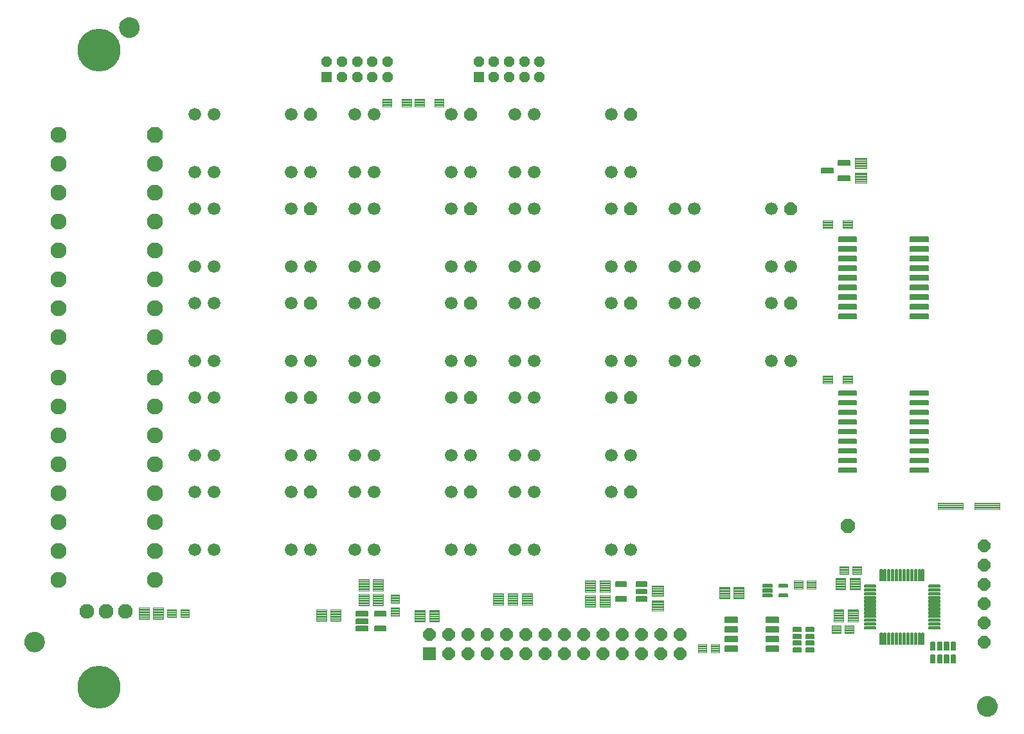
<source format=gts>
G75*
%MOIN*%
%OFA0B0*%
%FSLAX25Y25*%
%IPPOS*%
%LPD*%
%AMOC8*
5,1,8,0,0,1.08239X$1,22.5*
%
%ADD10C,0.13198*%
%ADD11OC8,0.06506*%
%ADD12R,0.06506X0.06506*%
%ADD13OC8,0.08277*%
%ADD14C,0.08277*%
%ADD15C,0.00454*%
%ADD16C,0.00504*%
%ADD17C,0.00504*%
%ADD18C,0.00457*%
%ADD19C,0.00594*%
%ADD20C,0.00514*%
%ADD21C,0.00468*%
%ADD22C,0.00580*%
%ADD23C,0.00500*%
%ADD24OC8,0.07096*%
%ADD25R,0.05324X0.05324*%
%ADD26OC8,0.05324*%
%ADD27OC8,0.06600*%
%ADD28C,0.06600*%
%ADD29C,0.07600*%
%ADD30C,0.22254*%
D10*
X0137995Y0050469D03*
X0137995Y0381177D03*
D11*
X0309333Y0078028D03*
X0319333Y0078028D03*
X0329333Y0078028D03*
X0339333Y0078028D03*
X0349333Y0078028D03*
X0359333Y0078028D03*
X0369333Y0078028D03*
X0379333Y0078028D03*
X0389333Y0078028D03*
X0399333Y0078028D03*
X0409333Y0078028D03*
X0419333Y0078028D03*
X0429333Y0078028D03*
X0439333Y0078028D03*
X0439333Y0068028D03*
X0429333Y0068028D03*
X0419333Y0068028D03*
X0409333Y0068028D03*
X0399333Y0068028D03*
X0389333Y0068028D03*
X0379333Y0068028D03*
X0369333Y0068028D03*
X0359333Y0068028D03*
X0349333Y0068028D03*
X0339333Y0068028D03*
X0329333Y0068028D03*
X0319333Y0068028D03*
X0596938Y0074065D03*
X0596938Y0084065D03*
X0596938Y0094065D03*
X0596938Y0104065D03*
X0596938Y0114065D03*
X0596938Y0124065D03*
D12*
X0309333Y0068028D03*
D13*
X0166932Y0211236D03*
X0166932Y0337220D03*
D14*
X0166932Y0322220D03*
X0166932Y0307220D03*
X0166932Y0292220D03*
X0166932Y0277220D03*
X0166932Y0262220D03*
X0166932Y0247220D03*
X0166932Y0232220D03*
X0166932Y0196236D03*
X0166932Y0181236D03*
X0166932Y0166236D03*
X0166932Y0151236D03*
X0166932Y0136236D03*
X0166932Y0121236D03*
X0166932Y0106236D03*
X0116932Y0106236D03*
X0116932Y0121236D03*
X0116932Y0136236D03*
X0116932Y0151236D03*
X0116932Y0166236D03*
X0116932Y0181236D03*
X0116932Y0196236D03*
X0116932Y0211236D03*
X0116932Y0232220D03*
X0116932Y0247220D03*
X0116932Y0262220D03*
X0116932Y0277220D03*
X0116932Y0292220D03*
X0116932Y0307220D03*
X0116932Y0322220D03*
X0116932Y0337220D03*
D15*
X0284885Y0356106D02*
X0289755Y0356106D01*
X0289755Y0352024D01*
X0284885Y0352024D01*
X0284885Y0356106D01*
X0284885Y0352477D02*
X0289755Y0352477D01*
X0289755Y0352930D02*
X0284885Y0352930D01*
X0284885Y0353383D02*
X0289755Y0353383D01*
X0289755Y0353836D02*
X0284885Y0353836D01*
X0284885Y0354289D02*
X0289755Y0354289D01*
X0289755Y0354742D02*
X0284885Y0354742D01*
X0284885Y0355195D02*
X0289755Y0355195D01*
X0289755Y0355648D02*
X0284885Y0355648D01*
X0284885Y0356101D02*
X0289755Y0356101D01*
X0295121Y0356106D02*
X0299991Y0356106D01*
X0299991Y0352024D01*
X0295121Y0352024D01*
X0295121Y0356106D01*
X0295121Y0352477D02*
X0299991Y0352477D01*
X0299991Y0352930D02*
X0295121Y0352930D01*
X0295121Y0353383D02*
X0299991Y0353383D01*
X0299991Y0353836D02*
X0295121Y0353836D01*
X0295121Y0354289D02*
X0299991Y0354289D01*
X0299991Y0354742D02*
X0295121Y0354742D01*
X0295121Y0355195D02*
X0299991Y0355195D01*
X0299991Y0355648D02*
X0295121Y0355648D01*
X0295121Y0356101D02*
X0299991Y0356101D01*
X0301635Y0352024D02*
X0306505Y0352024D01*
X0301635Y0352024D02*
X0301635Y0356106D01*
X0306505Y0356106D01*
X0306505Y0352024D01*
X0306505Y0352477D02*
X0301635Y0352477D01*
X0301635Y0352930D02*
X0306505Y0352930D01*
X0306505Y0353383D02*
X0301635Y0353383D01*
X0301635Y0353836D02*
X0306505Y0353836D01*
X0306505Y0354289D02*
X0301635Y0354289D01*
X0301635Y0354742D02*
X0306505Y0354742D01*
X0306505Y0355195D02*
X0301635Y0355195D01*
X0301635Y0355648D02*
X0306505Y0355648D01*
X0306505Y0356101D02*
X0301635Y0356101D01*
X0311871Y0352024D02*
X0316741Y0352024D01*
X0311871Y0352024D02*
X0311871Y0356106D01*
X0316741Y0356106D01*
X0316741Y0352024D01*
X0316741Y0352477D02*
X0311871Y0352477D01*
X0311871Y0352930D02*
X0316741Y0352930D01*
X0316741Y0353383D02*
X0311871Y0353383D01*
X0311871Y0353836D02*
X0316741Y0353836D01*
X0316741Y0354289D02*
X0311871Y0354289D01*
X0311871Y0354742D02*
X0316741Y0354742D01*
X0316741Y0355195D02*
X0311871Y0355195D01*
X0311871Y0355648D02*
X0316741Y0355648D01*
X0316741Y0356101D02*
X0311871Y0356101D01*
X0513385Y0288824D02*
X0518255Y0288824D01*
X0513385Y0288824D02*
X0513385Y0292906D01*
X0518255Y0292906D01*
X0518255Y0288824D01*
X0518255Y0289277D02*
X0513385Y0289277D01*
X0513385Y0289730D02*
X0518255Y0289730D01*
X0518255Y0290183D02*
X0513385Y0290183D01*
X0513385Y0290636D02*
X0518255Y0290636D01*
X0518255Y0291089D02*
X0513385Y0291089D01*
X0513385Y0291542D02*
X0518255Y0291542D01*
X0518255Y0291995D02*
X0513385Y0291995D01*
X0513385Y0292448D02*
X0518255Y0292448D01*
X0518255Y0292901D02*
X0513385Y0292901D01*
X0523621Y0288824D02*
X0528491Y0288824D01*
X0523621Y0288824D02*
X0523621Y0292906D01*
X0528491Y0292906D01*
X0528491Y0288824D01*
X0528491Y0289277D02*
X0523621Y0289277D01*
X0523621Y0289730D02*
X0528491Y0289730D01*
X0528491Y0290183D02*
X0523621Y0290183D01*
X0523621Y0290636D02*
X0528491Y0290636D01*
X0528491Y0291089D02*
X0523621Y0291089D01*
X0523621Y0291542D02*
X0528491Y0291542D01*
X0528491Y0291995D02*
X0523621Y0291995D01*
X0523621Y0292448D02*
X0528491Y0292448D01*
X0528491Y0292901D02*
X0523621Y0292901D01*
X0523621Y0208374D02*
X0528491Y0208374D01*
X0523621Y0208374D02*
X0523621Y0212456D01*
X0528491Y0212456D01*
X0528491Y0208374D01*
X0528491Y0208827D02*
X0523621Y0208827D01*
X0523621Y0209280D02*
X0528491Y0209280D01*
X0528491Y0209733D02*
X0523621Y0209733D01*
X0523621Y0210186D02*
X0528491Y0210186D01*
X0528491Y0210639D02*
X0523621Y0210639D01*
X0523621Y0211092D02*
X0528491Y0211092D01*
X0528491Y0211545D02*
X0523621Y0211545D01*
X0523621Y0211998D02*
X0528491Y0211998D01*
X0528491Y0212451D02*
X0523621Y0212451D01*
X0518255Y0208374D02*
X0513385Y0208374D01*
X0513385Y0212456D01*
X0518255Y0212456D01*
X0518255Y0208374D01*
X0518255Y0208827D02*
X0513385Y0208827D01*
X0513385Y0209280D02*
X0518255Y0209280D01*
X0518255Y0209733D02*
X0513385Y0209733D01*
X0513385Y0210186D02*
X0518255Y0210186D01*
X0518255Y0210639D02*
X0513385Y0210639D01*
X0513385Y0211092D02*
X0518255Y0211092D01*
X0518255Y0211545D02*
X0513385Y0211545D01*
X0513385Y0211998D02*
X0518255Y0211998D01*
X0518255Y0212451D02*
X0513385Y0212451D01*
X0522103Y0109324D02*
X0526579Y0109324D01*
X0522103Y0109324D02*
X0522103Y0113406D01*
X0526579Y0113406D01*
X0526579Y0109324D01*
X0526579Y0109777D02*
X0522103Y0109777D01*
X0522103Y0110230D02*
X0526579Y0110230D01*
X0526579Y0110683D02*
X0522103Y0110683D01*
X0522103Y0111136D02*
X0526579Y0111136D01*
X0526579Y0111589D02*
X0522103Y0111589D01*
X0522103Y0112042D02*
X0526579Y0112042D01*
X0526579Y0112495D02*
X0522103Y0112495D01*
X0522103Y0112948D02*
X0526579Y0112948D01*
X0526579Y0113401D02*
X0522103Y0113401D01*
X0528796Y0109324D02*
X0533272Y0109324D01*
X0528796Y0109324D02*
X0528796Y0113406D01*
X0533272Y0113406D01*
X0533272Y0109324D01*
X0533272Y0109777D02*
X0528796Y0109777D01*
X0528796Y0110230D02*
X0533272Y0110230D01*
X0533272Y0110683D02*
X0528796Y0110683D01*
X0528796Y0111136D02*
X0533272Y0111136D01*
X0533272Y0111589D02*
X0528796Y0111589D01*
X0528796Y0112042D02*
X0533272Y0112042D01*
X0533272Y0112495D02*
X0528796Y0112495D01*
X0528796Y0112948D02*
X0533272Y0112948D01*
X0533272Y0113401D02*
X0528796Y0113401D01*
X0509522Y0101774D02*
X0505046Y0101774D01*
X0505046Y0105856D01*
X0509522Y0105856D01*
X0509522Y0101774D01*
X0509522Y0102227D02*
X0505046Y0102227D01*
X0505046Y0102680D02*
X0509522Y0102680D01*
X0509522Y0103133D02*
X0505046Y0103133D01*
X0505046Y0103586D02*
X0509522Y0103586D01*
X0509522Y0104039D02*
X0505046Y0104039D01*
X0505046Y0104492D02*
X0509522Y0104492D01*
X0509522Y0104945D02*
X0505046Y0104945D01*
X0505046Y0105398D02*
X0509522Y0105398D01*
X0509522Y0105851D02*
X0505046Y0105851D01*
X0502829Y0101774D02*
X0498353Y0101774D01*
X0498353Y0105856D01*
X0502829Y0105856D01*
X0502829Y0101774D01*
X0502829Y0102227D02*
X0498353Y0102227D01*
X0498353Y0102680D02*
X0502829Y0102680D01*
X0502829Y0103133D02*
X0498353Y0103133D01*
X0498353Y0103586D02*
X0502829Y0103586D01*
X0502829Y0104039D02*
X0498353Y0104039D01*
X0498353Y0104492D02*
X0502829Y0104492D01*
X0502829Y0104945D02*
X0498353Y0104945D01*
X0498353Y0105398D02*
X0502829Y0105398D01*
X0502829Y0105851D02*
X0498353Y0105851D01*
X0518103Y0082606D02*
X0522579Y0082606D01*
X0522579Y0078524D01*
X0518103Y0078524D01*
X0518103Y0082606D01*
X0518103Y0078977D02*
X0522579Y0078977D01*
X0522579Y0079430D02*
X0518103Y0079430D01*
X0518103Y0079883D02*
X0522579Y0079883D01*
X0522579Y0080336D02*
X0518103Y0080336D01*
X0518103Y0080789D02*
X0522579Y0080789D01*
X0522579Y0081242D02*
X0518103Y0081242D01*
X0518103Y0081695D02*
X0522579Y0081695D01*
X0522579Y0082148D02*
X0518103Y0082148D01*
X0518103Y0082601D02*
X0522579Y0082601D01*
X0524796Y0082606D02*
X0529272Y0082606D01*
X0529272Y0078524D01*
X0524796Y0078524D01*
X0524796Y0082606D01*
X0524796Y0078977D02*
X0529272Y0078977D01*
X0529272Y0079430D02*
X0524796Y0079430D01*
X0524796Y0079883D02*
X0529272Y0079883D01*
X0529272Y0080336D02*
X0524796Y0080336D01*
X0524796Y0080789D02*
X0529272Y0080789D01*
X0529272Y0081242D02*
X0524796Y0081242D01*
X0524796Y0081695D02*
X0529272Y0081695D01*
X0529272Y0082148D02*
X0524796Y0082148D01*
X0524796Y0082601D02*
X0529272Y0082601D01*
X0459772Y0068774D02*
X0455296Y0068774D01*
X0455296Y0072856D01*
X0459772Y0072856D01*
X0459772Y0068774D01*
X0459772Y0069227D02*
X0455296Y0069227D01*
X0455296Y0069680D02*
X0459772Y0069680D01*
X0459772Y0070133D02*
X0455296Y0070133D01*
X0455296Y0070586D02*
X0459772Y0070586D01*
X0459772Y0071039D02*
X0455296Y0071039D01*
X0455296Y0071492D02*
X0459772Y0071492D01*
X0459772Y0071945D02*
X0455296Y0071945D01*
X0455296Y0072398D02*
X0459772Y0072398D01*
X0459772Y0072851D02*
X0455296Y0072851D01*
X0453079Y0068774D02*
X0448603Y0068774D01*
X0448603Y0072856D01*
X0453079Y0072856D01*
X0453079Y0068774D01*
X0453079Y0069227D02*
X0448603Y0069227D01*
X0448603Y0069680D02*
X0453079Y0069680D01*
X0453079Y0070133D02*
X0448603Y0070133D01*
X0448603Y0070586D02*
X0453079Y0070586D01*
X0453079Y0071039D02*
X0448603Y0071039D01*
X0448603Y0071492D02*
X0453079Y0071492D01*
X0453079Y0071945D02*
X0448603Y0071945D01*
X0448603Y0072398D02*
X0453079Y0072398D01*
X0453079Y0072851D02*
X0448603Y0072851D01*
X0293479Y0087581D02*
X0293479Y0092057D01*
X0293479Y0087581D02*
X0289397Y0087581D01*
X0289397Y0092057D01*
X0293479Y0092057D01*
X0293479Y0088034D02*
X0289397Y0088034D01*
X0289397Y0088487D02*
X0293479Y0088487D01*
X0293479Y0088940D02*
X0289397Y0088940D01*
X0289397Y0089393D02*
X0293479Y0089393D01*
X0293479Y0089846D02*
X0289397Y0089846D01*
X0289397Y0090299D02*
X0293479Y0090299D01*
X0293479Y0090752D02*
X0289397Y0090752D01*
X0289397Y0091205D02*
X0293479Y0091205D01*
X0293479Y0091658D02*
X0289397Y0091658D01*
X0293479Y0094273D02*
X0293479Y0098749D01*
X0293479Y0094273D02*
X0289397Y0094273D01*
X0289397Y0098749D01*
X0293479Y0098749D01*
X0293479Y0094726D02*
X0289397Y0094726D01*
X0289397Y0095179D02*
X0293479Y0095179D01*
X0293479Y0095632D02*
X0289397Y0095632D01*
X0289397Y0096085D02*
X0293479Y0096085D01*
X0293479Y0096538D02*
X0289397Y0096538D01*
X0289397Y0096991D02*
X0293479Y0096991D01*
X0293479Y0097444D02*
X0289397Y0097444D01*
X0289397Y0097897D02*
X0293479Y0097897D01*
X0293479Y0098350D02*
X0289397Y0098350D01*
X0184622Y0086974D02*
X0180146Y0086974D01*
X0180146Y0091056D01*
X0184622Y0091056D01*
X0184622Y0086974D01*
X0184622Y0087427D02*
X0180146Y0087427D01*
X0180146Y0087880D02*
X0184622Y0087880D01*
X0184622Y0088333D02*
X0180146Y0088333D01*
X0180146Y0088786D02*
X0184622Y0088786D01*
X0184622Y0089239D02*
X0180146Y0089239D01*
X0180146Y0089692D02*
X0184622Y0089692D01*
X0184622Y0090145D02*
X0180146Y0090145D01*
X0180146Y0090598D02*
X0184622Y0090598D01*
X0184622Y0091051D02*
X0180146Y0091051D01*
X0177929Y0086974D02*
X0173453Y0086974D01*
X0173453Y0091056D01*
X0177929Y0091056D01*
X0177929Y0086974D01*
X0177929Y0087427D02*
X0173453Y0087427D01*
X0173453Y0087880D02*
X0177929Y0087880D01*
X0177929Y0088333D02*
X0173453Y0088333D01*
X0173453Y0088786D02*
X0177929Y0088786D01*
X0177929Y0089239D02*
X0173453Y0089239D01*
X0173453Y0089692D02*
X0177929Y0089692D01*
X0177929Y0090145D02*
X0173453Y0090145D01*
X0173453Y0090598D02*
X0177929Y0090598D01*
X0177929Y0091051D02*
X0173453Y0091051D01*
D16*
X0462709Y0086814D02*
X0468907Y0086814D01*
X0468907Y0084356D01*
X0462709Y0084356D01*
X0462709Y0086814D01*
X0462709Y0084859D02*
X0468907Y0084859D01*
X0468907Y0085362D02*
X0462709Y0085362D01*
X0462709Y0085865D02*
X0468907Y0085865D01*
X0468907Y0086368D02*
X0462709Y0086368D01*
X0462709Y0081814D02*
X0468907Y0081814D01*
X0468907Y0079356D01*
X0462709Y0079356D01*
X0462709Y0081814D01*
X0462709Y0079859D02*
X0468907Y0079859D01*
X0468907Y0080362D02*
X0462709Y0080362D01*
X0462709Y0080865D02*
X0468907Y0080865D01*
X0468907Y0081368D02*
X0462709Y0081368D01*
X0462709Y0076814D02*
X0468907Y0076814D01*
X0468907Y0074356D01*
X0462709Y0074356D01*
X0462709Y0076814D01*
X0462709Y0074859D02*
X0468907Y0074859D01*
X0468907Y0075362D02*
X0462709Y0075362D01*
X0462709Y0075865D02*
X0468907Y0075865D01*
X0468907Y0076368D02*
X0462709Y0076368D01*
X0462709Y0071814D02*
X0468907Y0071814D01*
X0468907Y0069356D01*
X0462709Y0069356D01*
X0462709Y0071814D01*
X0462709Y0069859D02*
X0468907Y0069859D01*
X0468907Y0070362D02*
X0462709Y0070362D01*
X0462709Y0070865D02*
X0468907Y0070865D01*
X0468907Y0071368D02*
X0462709Y0071368D01*
X0483969Y0071814D02*
X0490167Y0071814D01*
X0490167Y0069356D01*
X0483969Y0069356D01*
X0483969Y0071814D01*
X0483969Y0069859D02*
X0490167Y0069859D01*
X0490167Y0070362D02*
X0483969Y0070362D01*
X0483969Y0070865D02*
X0490167Y0070865D01*
X0490167Y0071368D02*
X0483969Y0071368D01*
X0483969Y0076814D02*
X0490167Y0076814D01*
X0490167Y0074356D01*
X0483969Y0074356D01*
X0483969Y0076814D01*
X0483969Y0074859D02*
X0490167Y0074859D01*
X0490167Y0075362D02*
X0483969Y0075362D01*
X0483969Y0075865D02*
X0490167Y0075865D01*
X0490167Y0076368D02*
X0483969Y0076368D01*
X0483969Y0081814D02*
X0490167Y0081814D01*
X0490167Y0079356D01*
X0483969Y0079356D01*
X0483969Y0081814D01*
X0483969Y0079859D02*
X0490167Y0079859D01*
X0490167Y0080362D02*
X0483969Y0080362D01*
X0483969Y0080865D02*
X0490167Y0080865D01*
X0490167Y0081368D02*
X0483969Y0081368D01*
X0483969Y0086814D02*
X0490167Y0086814D01*
X0490167Y0084356D01*
X0483969Y0084356D01*
X0483969Y0086814D01*
X0483969Y0084859D02*
X0490167Y0084859D01*
X0490167Y0085362D02*
X0483969Y0085362D01*
X0483969Y0085865D02*
X0490167Y0085865D01*
X0490167Y0086368D02*
X0483969Y0086368D01*
D17*
X0421986Y0097763D02*
X0416690Y0097763D01*
X0421986Y0097763D02*
X0421986Y0095467D01*
X0416690Y0095467D01*
X0416690Y0097763D01*
X0416690Y0095970D02*
X0421986Y0095970D01*
X0421986Y0096473D02*
X0416690Y0096473D01*
X0416690Y0096976D02*
X0421986Y0096976D01*
X0421986Y0097479D02*
X0416690Y0097479D01*
X0416690Y0101463D02*
X0421986Y0101463D01*
X0421986Y0099167D01*
X0416690Y0099167D01*
X0416690Y0101463D01*
X0416690Y0099670D02*
X0421986Y0099670D01*
X0421986Y0100173D02*
X0416690Y0100173D01*
X0416690Y0100676D02*
X0421986Y0100676D01*
X0421986Y0101179D02*
X0416690Y0101179D01*
X0416690Y0105163D02*
X0421986Y0105163D01*
X0421986Y0102867D01*
X0416690Y0102867D01*
X0416690Y0105163D01*
X0416690Y0103370D02*
X0421986Y0103370D01*
X0421986Y0103873D02*
X0416690Y0103873D01*
X0416690Y0104376D02*
X0421986Y0104376D01*
X0421986Y0104879D02*
X0416690Y0104879D01*
X0411186Y0105163D02*
X0405890Y0105163D01*
X0411186Y0105163D02*
X0411186Y0102867D01*
X0405890Y0102867D01*
X0405890Y0105163D01*
X0405890Y0103370D02*
X0411186Y0103370D01*
X0411186Y0103873D02*
X0405890Y0103873D01*
X0405890Y0104376D02*
X0411186Y0104376D01*
X0411186Y0104879D02*
X0405890Y0104879D01*
X0405890Y0097763D02*
X0411186Y0097763D01*
X0411186Y0095467D01*
X0405890Y0095467D01*
X0405890Y0097763D01*
X0405890Y0095970D02*
X0411186Y0095970D01*
X0411186Y0096473D02*
X0405890Y0096473D01*
X0405890Y0096976D02*
X0411186Y0096976D01*
X0411186Y0097479D02*
X0405890Y0097479D01*
X0286736Y0087507D02*
X0280840Y0087507D01*
X0280840Y0089803D01*
X0286736Y0089803D01*
X0286736Y0087507D01*
X0286736Y0088010D02*
X0280840Y0088010D01*
X0280840Y0088513D02*
X0286736Y0088513D01*
X0286736Y0089016D02*
X0280840Y0089016D01*
X0280840Y0089519D02*
X0286736Y0089519D01*
X0286736Y0080027D02*
X0280840Y0080027D01*
X0280840Y0082323D01*
X0286736Y0082323D01*
X0286736Y0080027D01*
X0286736Y0080530D02*
X0280840Y0080530D01*
X0280840Y0081033D02*
X0286736Y0081033D01*
X0286736Y0081536D02*
X0280840Y0081536D01*
X0280840Y0082039D02*
X0286736Y0082039D01*
X0277336Y0080027D02*
X0271440Y0080027D01*
X0271440Y0082323D01*
X0277336Y0082323D01*
X0277336Y0080027D01*
X0277336Y0080530D02*
X0271440Y0080530D01*
X0271440Y0081033D02*
X0277336Y0081033D01*
X0277336Y0081536D02*
X0271440Y0081536D01*
X0271440Y0082039D02*
X0277336Y0082039D01*
X0277336Y0083767D02*
X0271440Y0083767D01*
X0271440Y0086063D01*
X0277336Y0086063D01*
X0277336Y0083767D01*
X0277336Y0084270D02*
X0271440Y0084270D01*
X0271440Y0084773D02*
X0277336Y0084773D01*
X0277336Y0085276D02*
X0271440Y0085276D01*
X0271440Y0085779D02*
X0277336Y0085779D01*
X0277336Y0087507D02*
X0271440Y0087507D01*
X0271440Y0089803D01*
X0277336Y0089803D01*
X0277336Y0087507D01*
X0277336Y0088010D02*
X0271440Y0088010D01*
X0271440Y0088513D02*
X0277336Y0088513D01*
X0277336Y0089016D02*
X0271440Y0089016D01*
X0271440Y0089519D02*
X0277336Y0089519D01*
X0521490Y0164463D02*
X0530586Y0164463D01*
X0530586Y0162167D01*
X0521490Y0162167D01*
X0521490Y0164463D01*
X0521490Y0162670D02*
X0530586Y0162670D01*
X0530586Y0163173D02*
X0521490Y0163173D01*
X0521490Y0163676D02*
X0530586Y0163676D01*
X0530586Y0164179D02*
X0521490Y0164179D01*
X0521490Y0169463D02*
X0530586Y0169463D01*
X0530586Y0167167D01*
X0521490Y0167167D01*
X0521490Y0169463D01*
X0521490Y0167670D02*
X0530586Y0167670D01*
X0530586Y0168173D02*
X0521490Y0168173D01*
X0521490Y0168676D02*
X0530586Y0168676D01*
X0530586Y0169179D02*
X0521490Y0169179D01*
X0521490Y0174463D02*
X0530586Y0174463D01*
X0530586Y0172167D01*
X0521490Y0172167D01*
X0521490Y0174463D01*
X0521490Y0172670D02*
X0530586Y0172670D01*
X0530586Y0173173D02*
X0521490Y0173173D01*
X0521490Y0173676D02*
X0530586Y0173676D01*
X0530586Y0174179D02*
X0521490Y0174179D01*
X0521490Y0179463D02*
X0530586Y0179463D01*
X0530586Y0177167D01*
X0521490Y0177167D01*
X0521490Y0179463D01*
X0521490Y0177670D02*
X0530586Y0177670D01*
X0530586Y0178173D02*
X0521490Y0178173D01*
X0521490Y0178676D02*
X0530586Y0178676D01*
X0530586Y0179179D02*
X0521490Y0179179D01*
X0521490Y0184463D02*
X0530586Y0184463D01*
X0530586Y0182167D01*
X0521490Y0182167D01*
X0521490Y0184463D01*
X0521490Y0182670D02*
X0530586Y0182670D01*
X0530586Y0183173D02*
X0521490Y0183173D01*
X0521490Y0183676D02*
X0530586Y0183676D01*
X0530586Y0184179D02*
X0521490Y0184179D01*
X0521490Y0189463D02*
X0530586Y0189463D01*
X0530586Y0187167D01*
X0521490Y0187167D01*
X0521490Y0189463D01*
X0521490Y0187670D02*
X0530586Y0187670D01*
X0530586Y0188173D02*
X0521490Y0188173D01*
X0521490Y0188676D02*
X0530586Y0188676D01*
X0530586Y0189179D02*
X0521490Y0189179D01*
X0521490Y0194463D02*
X0530586Y0194463D01*
X0530586Y0192167D01*
X0521490Y0192167D01*
X0521490Y0194463D01*
X0521490Y0192670D02*
X0530586Y0192670D01*
X0530586Y0193173D02*
X0521490Y0193173D01*
X0521490Y0193676D02*
X0530586Y0193676D01*
X0530586Y0194179D02*
X0521490Y0194179D01*
X0521490Y0199463D02*
X0530586Y0199463D01*
X0530586Y0197167D01*
X0521490Y0197167D01*
X0521490Y0199463D01*
X0521490Y0197670D02*
X0530586Y0197670D01*
X0530586Y0198173D02*
X0521490Y0198173D01*
X0521490Y0198676D02*
X0530586Y0198676D01*
X0530586Y0199179D02*
X0521490Y0199179D01*
X0521490Y0204463D02*
X0530586Y0204463D01*
X0530586Y0202167D01*
X0521490Y0202167D01*
X0521490Y0204463D01*
X0521490Y0202670D02*
X0530586Y0202670D01*
X0530586Y0203173D02*
X0521490Y0203173D01*
X0521490Y0203676D02*
X0530586Y0203676D01*
X0530586Y0204179D02*
X0521490Y0204179D01*
X0558790Y0204463D02*
X0567886Y0204463D01*
X0567886Y0202167D01*
X0558790Y0202167D01*
X0558790Y0204463D01*
X0558790Y0202670D02*
X0567886Y0202670D01*
X0567886Y0203173D02*
X0558790Y0203173D01*
X0558790Y0203676D02*
X0567886Y0203676D01*
X0567886Y0204179D02*
X0558790Y0204179D01*
X0558790Y0199463D02*
X0567886Y0199463D01*
X0567886Y0197167D01*
X0558790Y0197167D01*
X0558790Y0199463D01*
X0558790Y0197670D02*
X0567886Y0197670D01*
X0567886Y0198173D02*
X0558790Y0198173D01*
X0558790Y0198676D02*
X0567886Y0198676D01*
X0567886Y0199179D02*
X0558790Y0199179D01*
X0558790Y0194463D02*
X0567886Y0194463D01*
X0567886Y0192167D01*
X0558790Y0192167D01*
X0558790Y0194463D01*
X0558790Y0192670D02*
X0567886Y0192670D01*
X0567886Y0193173D02*
X0558790Y0193173D01*
X0558790Y0193676D02*
X0567886Y0193676D01*
X0567886Y0194179D02*
X0558790Y0194179D01*
X0558790Y0189463D02*
X0567886Y0189463D01*
X0567886Y0187167D01*
X0558790Y0187167D01*
X0558790Y0189463D01*
X0558790Y0187670D02*
X0567886Y0187670D01*
X0567886Y0188173D02*
X0558790Y0188173D01*
X0558790Y0188676D02*
X0567886Y0188676D01*
X0567886Y0189179D02*
X0558790Y0189179D01*
X0558790Y0184463D02*
X0567886Y0184463D01*
X0567886Y0182167D01*
X0558790Y0182167D01*
X0558790Y0184463D01*
X0558790Y0182670D02*
X0567886Y0182670D01*
X0567886Y0183173D02*
X0558790Y0183173D01*
X0558790Y0183676D02*
X0567886Y0183676D01*
X0567886Y0184179D02*
X0558790Y0184179D01*
X0558790Y0179463D02*
X0567886Y0179463D01*
X0567886Y0177167D01*
X0558790Y0177167D01*
X0558790Y0179463D01*
X0558790Y0177670D02*
X0567886Y0177670D01*
X0567886Y0178173D02*
X0558790Y0178173D01*
X0558790Y0178676D02*
X0567886Y0178676D01*
X0567886Y0179179D02*
X0558790Y0179179D01*
X0558790Y0174463D02*
X0567886Y0174463D01*
X0567886Y0172167D01*
X0558790Y0172167D01*
X0558790Y0174463D01*
X0558790Y0172670D02*
X0567886Y0172670D01*
X0567886Y0173173D02*
X0558790Y0173173D01*
X0558790Y0173676D02*
X0567886Y0173676D01*
X0567886Y0174179D02*
X0558790Y0174179D01*
X0558790Y0169463D02*
X0567886Y0169463D01*
X0567886Y0167167D01*
X0558790Y0167167D01*
X0558790Y0169463D01*
X0558790Y0167670D02*
X0567886Y0167670D01*
X0567886Y0168173D02*
X0558790Y0168173D01*
X0558790Y0168676D02*
X0567886Y0168676D01*
X0567886Y0169179D02*
X0558790Y0169179D01*
X0558790Y0164463D02*
X0567886Y0164463D01*
X0567886Y0162167D01*
X0558790Y0162167D01*
X0558790Y0164463D01*
X0558790Y0162670D02*
X0567886Y0162670D01*
X0567886Y0163173D02*
X0558790Y0163173D01*
X0558790Y0163676D02*
X0567886Y0163676D01*
X0567886Y0164179D02*
X0558790Y0164179D01*
X0558790Y0244213D02*
X0567886Y0244213D01*
X0567886Y0241917D01*
X0558790Y0241917D01*
X0558790Y0244213D01*
X0558790Y0242420D02*
X0567886Y0242420D01*
X0567886Y0242923D02*
X0558790Y0242923D01*
X0558790Y0243426D02*
X0567886Y0243426D01*
X0567886Y0243929D02*
X0558790Y0243929D01*
X0558790Y0249213D02*
X0567886Y0249213D01*
X0567886Y0246917D01*
X0558790Y0246917D01*
X0558790Y0249213D01*
X0558790Y0247420D02*
X0567886Y0247420D01*
X0567886Y0247923D02*
X0558790Y0247923D01*
X0558790Y0248426D02*
X0567886Y0248426D01*
X0567886Y0248929D02*
X0558790Y0248929D01*
X0558790Y0254213D02*
X0567886Y0254213D01*
X0567886Y0251917D01*
X0558790Y0251917D01*
X0558790Y0254213D01*
X0558790Y0252420D02*
X0567886Y0252420D01*
X0567886Y0252923D02*
X0558790Y0252923D01*
X0558790Y0253426D02*
X0567886Y0253426D01*
X0567886Y0253929D02*
X0558790Y0253929D01*
X0558790Y0259213D02*
X0567886Y0259213D01*
X0567886Y0256917D01*
X0558790Y0256917D01*
X0558790Y0259213D01*
X0558790Y0257420D02*
X0567886Y0257420D01*
X0567886Y0257923D02*
X0558790Y0257923D01*
X0558790Y0258426D02*
X0567886Y0258426D01*
X0567886Y0258929D02*
X0558790Y0258929D01*
X0558790Y0264213D02*
X0567886Y0264213D01*
X0567886Y0261917D01*
X0558790Y0261917D01*
X0558790Y0264213D01*
X0558790Y0262420D02*
X0567886Y0262420D01*
X0567886Y0262923D02*
X0558790Y0262923D01*
X0558790Y0263426D02*
X0567886Y0263426D01*
X0567886Y0263929D02*
X0558790Y0263929D01*
X0558790Y0269213D02*
X0567886Y0269213D01*
X0567886Y0266917D01*
X0558790Y0266917D01*
X0558790Y0269213D01*
X0558790Y0267420D02*
X0567886Y0267420D01*
X0567886Y0267923D02*
X0558790Y0267923D01*
X0558790Y0268426D02*
X0567886Y0268426D01*
X0567886Y0268929D02*
X0558790Y0268929D01*
X0558790Y0274213D02*
X0567886Y0274213D01*
X0567886Y0271917D01*
X0558790Y0271917D01*
X0558790Y0274213D01*
X0558790Y0272420D02*
X0567886Y0272420D01*
X0567886Y0272923D02*
X0558790Y0272923D01*
X0558790Y0273426D02*
X0567886Y0273426D01*
X0567886Y0273929D02*
X0558790Y0273929D01*
X0558790Y0279213D02*
X0567886Y0279213D01*
X0567886Y0276917D01*
X0558790Y0276917D01*
X0558790Y0279213D01*
X0558790Y0277420D02*
X0567886Y0277420D01*
X0567886Y0277923D02*
X0558790Y0277923D01*
X0558790Y0278426D02*
X0567886Y0278426D01*
X0567886Y0278929D02*
X0558790Y0278929D01*
X0558790Y0284213D02*
X0567886Y0284213D01*
X0567886Y0281917D01*
X0558790Y0281917D01*
X0558790Y0284213D01*
X0558790Y0282420D02*
X0567886Y0282420D01*
X0567886Y0282923D02*
X0558790Y0282923D01*
X0558790Y0283426D02*
X0567886Y0283426D01*
X0567886Y0283929D02*
X0558790Y0283929D01*
X0530586Y0284213D02*
X0521490Y0284213D01*
X0530586Y0284213D02*
X0530586Y0281917D01*
X0521490Y0281917D01*
X0521490Y0284213D01*
X0521490Y0282420D02*
X0530586Y0282420D01*
X0530586Y0282923D02*
X0521490Y0282923D01*
X0521490Y0283426D02*
X0530586Y0283426D01*
X0530586Y0283929D02*
X0521490Y0283929D01*
X0521490Y0279213D02*
X0530586Y0279213D01*
X0530586Y0276917D01*
X0521490Y0276917D01*
X0521490Y0279213D01*
X0521490Y0277420D02*
X0530586Y0277420D01*
X0530586Y0277923D02*
X0521490Y0277923D01*
X0521490Y0278426D02*
X0530586Y0278426D01*
X0530586Y0278929D02*
X0521490Y0278929D01*
X0521490Y0274213D02*
X0530586Y0274213D01*
X0530586Y0271917D01*
X0521490Y0271917D01*
X0521490Y0274213D01*
X0521490Y0272420D02*
X0530586Y0272420D01*
X0530586Y0272923D02*
X0521490Y0272923D01*
X0521490Y0273426D02*
X0530586Y0273426D01*
X0530586Y0273929D02*
X0521490Y0273929D01*
X0521490Y0269213D02*
X0530586Y0269213D01*
X0530586Y0266917D01*
X0521490Y0266917D01*
X0521490Y0269213D01*
X0521490Y0267420D02*
X0530586Y0267420D01*
X0530586Y0267923D02*
X0521490Y0267923D01*
X0521490Y0268426D02*
X0530586Y0268426D01*
X0530586Y0268929D02*
X0521490Y0268929D01*
X0521490Y0264213D02*
X0530586Y0264213D01*
X0530586Y0261917D01*
X0521490Y0261917D01*
X0521490Y0264213D01*
X0521490Y0262420D02*
X0530586Y0262420D01*
X0530586Y0262923D02*
X0521490Y0262923D01*
X0521490Y0263426D02*
X0530586Y0263426D01*
X0530586Y0263929D02*
X0521490Y0263929D01*
X0521490Y0259213D02*
X0530586Y0259213D01*
X0530586Y0256917D01*
X0521490Y0256917D01*
X0521490Y0259213D01*
X0521490Y0257420D02*
X0530586Y0257420D01*
X0530586Y0257923D02*
X0521490Y0257923D01*
X0521490Y0258426D02*
X0530586Y0258426D01*
X0530586Y0258929D02*
X0521490Y0258929D01*
X0521490Y0254213D02*
X0530586Y0254213D01*
X0530586Y0251917D01*
X0521490Y0251917D01*
X0521490Y0254213D01*
X0521490Y0252420D02*
X0530586Y0252420D01*
X0530586Y0252923D02*
X0521490Y0252923D01*
X0521490Y0253426D02*
X0530586Y0253426D01*
X0530586Y0253929D02*
X0521490Y0253929D01*
X0521490Y0249213D02*
X0530586Y0249213D01*
X0530586Y0246917D01*
X0521490Y0246917D01*
X0521490Y0249213D01*
X0521490Y0247420D02*
X0530586Y0247420D01*
X0530586Y0247923D02*
X0521490Y0247923D01*
X0521490Y0248426D02*
X0530586Y0248426D01*
X0530586Y0248929D02*
X0521490Y0248929D01*
X0521490Y0244213D02*
X0530586Y0244213D01*
X0530586Y0241917D01*
X0521490Y0241917D01*
X0521490Y0244213D01*
X0521490Y0242420D02*
X0530586Y0242420D01*
X0530586Y0242923D02*
X0521490Y0242923D01*
X0521490Y0243426D02*
X0530586Y0243426D01*
X0530586Y0243929D02*
X0521490Y0243929D01*
X0521140Y0315963D02*
X0527236Y0315963D01*
X0527236Y0313667D01*
X0521140Y0313667D01*
X0521140Y0315963D01*
X0521140Y0314170D02*
X0527236Y0314170D01*
X0527236Y0314673D02*
X0521140Y0314673D01*
X0521140Y0315176D02*
X0527236Y0315176D01*
X0527236Y0315679D02*
X0521140Y0315679D01*
X0518736Y0319963D02*
X0512640Y0319963D01*
X0518736Y0319963D02*
X0518736Y0317667D01*
X0512640Y0317667D01*
X0512640Y0319963D01*
X0512640Y0318170D02*
X0518736Y0318170D01*
X0518736Y0318673D02*
X0512640Y0318673D01*
X0512640Y0319176D02*
X0518736Y0319176D01*
X0518736Y0319679D02*
X0512640Y0319679D01*
X0521140Y0323963D02*
X0527236Y0323963D01*
X0527236Y0321667D01*
X0521140Y0321667D01*
X0521140Y0323963D01*
X0521140Y0322170D02*
X0527236Y0322170D01*
X0527236Y0322673D02*
X0521140Y0322673D01*
X0521140Y0323176D02*
X0527236Y0323176D01*
X0527236Y0323679D02*
X0521140Y0323679D01*
D18*
X0535963Y0325186D02*
X0535963Y0319924D01*
X0529913Y0319924D01*
X0529913Y0325186D01*
X0535963Y0325186D01*
X0535963Y0320380D02*
X0529913Y0320380D01*
X0529913Y0320836D02*
X0535963Y0320836D01*
X0535963Y0321292D02*
X0529913Y0321292D01*
X0529913Y0321748D02*
X0535963Y0321748D01*
X0535963Y0322204D02*
X0529913Y0322204D01*
X0529913Y0322660D02*
X0535963Y0322660D01*
X0535963Y0323116D02*
X0529913Y0323116D01*
X0529913Y0323572D02*
X0535963Y0323572D01*
X0535963Y0324028D02*
X0529913Y0324028D01*
X0529913Y0324484D02*
X0535963Y0324484D01*
X0535963Y0324940D02*
X0529913Y0324940D01*
X0535963Y0317706D02*
X0535963Y0312444D01*
X0529913Y0312444D01*
X0529913Y0317706D01*
X0535963Y0317706D01*
X0535963Y0312900D02*
X0529913Y0312900D01*
X0529913Y0313356D02*
X0535963Y0313356D01*
X0535963Y0313812D02*
X0529913Y0313812D01*
X0529913Y0314268D02*
X0535963Y0314268D01*
X0535963Y0314724D02*
X0529913Y0314724D01*
X0529913Y0315180D02*
X0535963Y0315180D01*
X0535963Y0315636D02*
X0529913Y0315636D01*
X0529913Y0316092D02*
X0535963Y0316092D01*
X0535963Y0316548D02*
X0529913Y0316548D01*
X0529913Y0317004D02*
X0535963Y0317004D01*
X0535963Y0317460D02*
X0529913Y0317460D01*
X0527297Y0107190D02*
X0532559Y0107190D01*
X0532559Y0101140D01*
X0527297Y0101140D01*
X0527297Y0107190D01*
X0527297Y0101596D02*
X0532559Y0101596D01*
X0532559Y0102052D02*
X0527297Y0102052D01*
X0527297Y0102508D02*
X0532559Y0102508D01*
X0532559Y0102964D02*
X0527297Y0102964D01*
X0527297Y0103420D02*
X0532559Y0103420D01*
X0532559Y0103876D02*
X0527297Y0103876D01*
X0527297Y0104332D02*
X0532559Y0104332D01*
X0532559Y0104788D02*
X0527297Y0104788D01*
X0527297Y0105244D02*
X0532559Y0105244D01*
X0532559Y0105700D02*
X0527297Y0105700D01*
X0527297Y0106156D02*
X0532559Y0106156D01*
X0532559Y0106612D02*
X0527297Y0106612D01*
X0527297Y0107068D02*
X0532559Y0107068D01*
X0525079Y0107190D02*
X0519817Y0107190D01*
X0525079Y0107190D02*
X0525079Y0101140D01*
X0519817Y0101140D01*
X0519817Y0107190D01*
X0519817Y0101596D02*
X0525079Y0101596D01*
X0525079Y0102052D02*
X0519817Y0102052D01*
X0519817Y0102508D02*
X0525079Y0102508D01*
X0525079Y0102964D02*
X0519817Y0102964D01*
X0519817Y0103420D02*
X0525079Y0103420D01*
X0525079Y0103876D02*
X0519817Y0103876D01*
X0519817Y0104332D02*
X0525079Y0104332D01*
X0525079Y0104788D02*
X0519817Y0104788D01*
X0519817Y0105244D02*
X0525079Y0105244D01*
X0525079Y0105700D02*
X0519817Y0105700D01*
X0519817Y0106156D02*
X0525079Y0106156D01*
X0525079Y0106612D02*
X0519817Y0106612D01*
X0519817Y0107068D02*
X0525079Y0107068D01*
X0524079Y0084790D02*
X0518817Y0084790D01*
X0518817Y0090840D01*
X0524079Y0090840D01*
X0524079Y0084790D01*
X0524079Y0085246D02*
X0518817Y0085246D01*
X0518817Y0085702D02*
X0524079Y0085702D01*
X0524079Y0086158D02*
X0518817Y0086158D01*
X0518817Y0086614D02*
X0524079Y0086614D01*
X0524079Y0087070D02*
X0518817Y0087070D01*
X0518817Y0087526D02*
X0524079Y0087526D01*
X0524079Y0087982D02*
X0518817Y0087982D01*
X0518817Y0088438D02*
X0524079Y0088438D01*
X0524079Y0088894D02*
X0518817Y0088894D01*
X0518817Y0089350D02*
X0524079Y0089350D01*
X0524079Y0089806D02*
X0518817Y0089806D01*
X0518817Y0090262D02*
X0524079Y0090262D01*
X0524079Y0090718D02*
X0518817Y0090718D01*
X0526297Y0084790D02*
X0531559Y0084790D01*
X0526297Y0084790D02*
X0526297Y0090840D01*
X0531559Y0090840D01*
X0531559Y0084790D01*
X0531559Y0085246D02*
X0526297Y0085246D01*
X0526297Y0085702D02*
X0531559Y0085702D01*
X0531559Y0086158D02*
X0526297Y0086158D01*
X0526297Y0086614D02*
X0531559Y0086614D01*
X0531559Y0087070D02*
X0526297Y0087070D01*
X0526297Y0087526D02*
X0531559Y0087526D01*
X0531559Y0087982D02*
X0526297Y0087982D01*
X0526297Y0088438D02*
X0531559Y0088438D01*
X0531559Y0088894D02*
X0526297Y0088894D01*
X0526297Y0089350D02*
X0531559Y0089350D01*
X0531559Y0089806D02*
X0526297Y0089806D01*
X0526297Y0090262D02*
X0531559Y0090262D01*
X0531559Y0090718D02*
X0526297Y0090718D01*
X0472309Y0096540D02*
X0467047Y0096540D01*
X0467047Y0102590D01*
X0472309Y0102590D01*
X0472309Y0096540D01*
X0472309Y0096996D02*
X0467047Y0096996D01*
X0467047Y0097452D02*
X0472309Y0097452D01*
X0472309Y0097908D02*
X0467047Y0097908D01*
X0467047Y0098364D02*
X0472309Y0098364D01*
X0472309Y0098820D02*
X0467047Y0098820D01*
X0467047Y0099276D02*
X0472309Y0099276D01*
X0472309Y0099732D02*
X0467047Y0099732D01*
X0467047Y0100188D02*
X0472309Y0100188D01*
X0472309Y0100644D02*
X0467047Y0100644D01*
X0467047Y0101100D02*
X0472309Y0101100D01*
X0472309Y0101556D02*
X0467047Y0101556D01*
X0467047Y0102012D02*
X0472309Y0102012D01*
X0472309Y0102468D02*
X0467047Y0102468D01*
X0464829Y0096540D02*
X0459567Y0096540D01*
X0459567Y0102590D01*
X0464829Y0102590D01*
X0464829Y0096540D01*
X0464829Y0096996D02*
X0459567Y0096996D01*
X0459567Y0097452D02*
X0464829Y0097452D01*
X0464829Y0097908D02*
X0459567Y0097908D01*
X0459567Y0098364D02*
X0464829Y0098364D01*
X0464829Y0098820D02*
X0459567Y0098820D01*
X0459567Y0099276D02*
X0464829Y0099276D01*
X0464829Y0099732D02*
X0459567Y0099732D01*
X0459567Y0100188D02*
X0464829Y0100188D01*
X0464829Y0100644D02*
X0459567Y0100644D01*
X0459567Y0101100D02*
X0464829Y0101100D01*
X0464829Y0101556D02*
X0459567Y0101556D01*
X0459567Y0102012D02*
X0464829Y0102012D01*
X0464829Y0102468D02*
X0459567Y0102468D01*
X0424663Y0103186D02*
X0424663Y0097924D01*
X0424663Y0103186D02*
X0430713Y0103186D01*
X0430713Y0097924D01*
X0424663Y0097924D01*
X0424663Y0098380D02*
X0430713Y0098380D01*
X0430713Y0098836D02*
X0424663Y0098836D01*
X0424663Y0099292D02*
X0430713Y0099292D01*
X0430713Y0099748D02*
X0424663Y0099748D01*
X0424663Y0100204D02*
X0430713Y0100204D01*
X0430713Y0100660D02*
X0424663Y0100660D01*
X0424663Y0101116D02*
X0430713Y0101116D01*
X0430713Y0101572D02*
X0424663Y0101572D01*
X0424663Y0102028D02*
X0430713Y0102028D01*
X0430713Y0102484D02*
X0424663Y0102484D01*
X0424663Y0102940D02*
X0430713Y0102940D01*
X0424663Y0095706D02*
X0424663Y0090444D01*
X0424663Y0095706D02*
X0430713Y0095706D01*
X0430713Y0090444D01*
X0424663Y0090444D01*
X0424663Y0090900D02*
X0430713Y0090900D01*
X0430713Y0091356D02*
X0424663Y0091356D01*
X0424663Y0091812D02*
X0430713Y0091812D01*
X0430713Y0092268D02*
X0424663Y0092268D01*
X0424663Y0092724D02*
X0430713Y0092724D01*
X0430713Y0093180D02*
X0424663Y0093180D01*
X0424663Y0093636D02*
X0430713Y0093636D01*
X0430713Y0094092D02*
X0424663Y0094092D01*
X0424663Y0094548D02*
X0430713Y0094548D01*
X0430713Y0095004D02*
X0424663Y0095004D01*
X0424663Y0095460D02*
X0430713Y0095460D01*
X0402809Y0098340D02*
X0397547Y0098340D01*
X0402809Y0098340D02*
X0402809Y0092290D01*
X0397547Y0092290D01*
X0397547Y0098340D01*
X0397547Y0092746D02*
X0402809Y0092746D01*
X0402809Y0093202D02*
X0397547Y0093202D01*
X0397547Y0093658D02*
X0402809Y0093658D01*
X0402809Y0094114D02*
X0397547Y0094114D01*
X0397547Y0094570D02*
X0402809Y0094570D01*
X0402809Y0095026D02*
X0397547Y0095026D01*
X0397547Y0095482D02*
X0402809Y0095482D01*
X0402809Y0095938D02*
X0397547Y0095938D01*
X0397547Y0096394D02*
X0402809Y0096394D01*
X0402809Y0096850D02*
X0397547Y0096850D01*
X0397547Y0097306D02*
X0402809Y0097306D01*
X0402809Y0097762D02*
X0397547Y0097762D01*
X0397547Y0098218D02*
X0402809Y0098218D01*
X0402809Y0100040D02*
X0397547Y0100040D01*
X0397547Y0106090D01*
X0402809Y0106090D01*
X0402809Y0100040D01*
X0402809Y0100496D02*
X0397547Y0100496D01*
X0397547Y0100952D02*
X0402809Y0100952D01*
X0402809Y0101408D02*
X0397547Y0101408D01*
X0397547Y0101864D02*
X0402809Y0101864D01*
X0402809Y0102320D02*
X0397547Y0102320D01*
X0397547Y0102776D02*
X0402809Y0102776D01*
X0402809Y0103232D02*
X0397547Y0103232D01*
X0397547Y0103688D02*
X0402809Y0103688D01*
X0402809Y0104144D02*
X0397547Y0104144D01*
X0397547Y0104600D02*
X0402809Y0104600D01*
X0402809Y0105056D02*
X0397547Y0105056D01*
X0397547Y0105512D02*
X0402809Y0105512D01*
X0402809Y0105968D02*
X0397547Y0105968D01*
X0395329Y0100040D02*
X0390067Y0100040D01*
X0390067Y0106090D01*
X0395329Y0106090D01*
X0395329Y0100040D01*
X0395329Y0100496D02*
X0390067Y0100496D01*
X0390067Y0100952D02*
X0395329Y0100952D01*
X0395329Y0101408D02*
X0390067Y0101408D01*
X0390067Y0101864D02*
X0395329Y0101864D01*
X0395329Y0102320D02*
X0390067Y0102320D01*
X0390067Y0102776D02*
X0395329Y0102776D01*
X0395329Y0103232D02*
X0390067Y0103232D01*
X0390067Y0103688D02*
X0395329Y0103688D01*
X0395329Y0104144D02*
X0390067Y0104144D01*
X0390067Y0104600D02*
X0395329Y0104600D01*
X0395329Y0105056D02*
X0390067Y0105056D01*
X0390067Y0105512D02*
X0395329Y0105512D01*
X0395329Y0105968D02*
X0390067Y0105968D01*
X0390067Y0098340D02*
X0395329Y0098340D01*
X0395329Y0092290D01*
X0390067Y0092290D01*
X0390067Y0098340D01*
X0390067Y0092746D02*
X0395329Y0092746D01*
X0395329Y0093202D02*
X0390067Y0093202D01*
X0390067Y0093658D02*
X0395329Y0093658D01*
X0395329Y0094114D02*
X0390067Y0094114D01*
X0390067Y0094570D02*
X0395329Y0094570D01*
X0395329Y0095026D02*
X0390067Y0095026D01*
X0390067Y0095482D02*
X0395329Y0095482D01*
X0395329Y0095938D02*
X0390067Y0095938D01*
X0390067Y0096394D02*
X0395329Y0096394D01*
X0395329Y0096850D02*
X0390067Y0096850D01*
X0390067Y0097306D02*
X0395329Y0097306D01*
X0395329Y0097762D02*
X0390067Y0097762D01*
X0390067Y0098218D02*
X0395329Y0098218D01*
X0362599Y0099440D02*
X0357337Y0099440D01*
X0362599Y0099440D02*
X0362599Y0093390D01*
X0357337Y0093390D01*
X0357337Y0099440D01*
X0357337Y0093846D02*
X0362599Y0093846D01*
X0362599Y0094302D02*
X0357337Y0094302D01*
X0357337Y0094758D02*
X0362599Y0094758D01*
X0362599Y0095214D02*
X0357337Y0095214D01*
X0357337Y0095670D02*
X0362599Y0095670D01*
X0362599Y0096126D02*
X0357337Y0096126D01*
X0357337Y0096582D02*
X0362599Y0096582D01*
X0362599Y0097038D02*
X0357337Y0097038D01*
X0357337Y0097494D02*
X0362599Y0097494D01*
X0362599Y0097950D02*
X0357337Y0097950D01*
X0357337Y0098406D02*
X0362599Y0098406D01*
X0362599Y0098862D02*
X0357337Y0098862D01*
X0357337Y0099318D02*
X0362599Y0099318D01*
X0355119Y0099440D02*
X0349857Y0099440D01*
X0355119Y0099440D02*
X0355119Y0093390D01*
X0349857Y0093390D01*
X0349857Y0099440D01*
X0349857Y0093846D02*
X0355119Y0093846D01*
X0355119Y0094302D02*
X0349857Y0094302D01*
X0349857Y0094758D02*
X0355119Y0094758D01*
X0355119Y0095214D02*
X0349857Y0095214D01*
X0349857Y0095670D02*
X0355119Y0095670D01*
X0355119Y0096126D02*
X0349857Y0096126D01*
X0349857Y0096582D02*
X0355119Y0096582D01*
X0355119Y0097038D02*
X0349857Y0097038D01*
X0349857Y0097494D02*
X0355119Y0097494D01*
X0355119Y0097950D02*
X0349857Y0097950D01*
X0349857Y0098406D02*
X0355119Y0098406D01*
X0355119Y0098862D02*
X0349857Y0098862D01*
X0349857Y0099318D02*
X0355119Y0099318D01*
X0347638Y0099440D02*
X0342376Y0099440D01*
X0347638Y0099440D02*
X0347638Y0093390D01*
X0342376Y0093390D01*
X0342376Y0099440D01*
X0342376Y0093846D02*
X0347638Y0093846D01*
X0347638Y0094302D02*
X0342376Y0094302D01*
X0342376Y0094758D02*
X0347638Y0094758D01*
X0347638Y0095214D02*
X0342376Y0095214D01*
X0342376Y0095670D02*
X0347638Y0095670D01*
X0347638Y0096126D02*
X0342376Y0096126D01*
X0342376Y0096582D02*
X0347638Y0096582D01*
X0347638Y0097038D02*
X0342376Y0097038D01*
X0342376Y0097494D02*
X0347638Y0097494D01*
X0347638Y0097950D02*
X0342376Y0097950D01*
X0342376Y0098406D02*
X0347638Y0098406D01*
X0347638Y0098862D02*
X0342376Y0098862D01*
X0342376Y0099318D02*
X0347638Y0099318D01*
X0314459Y0084490D02*
X0309197Y0084490D01*
X0309197Y0090540D01*
X0314459Y0090540D01*
X0314459Y0084490D01*
X0314459Y0084946D02*
X0309197Y0084946D01*
X0309197Y0085402D02*
X0314459Y0085402D01*
X0314459Y0085858D02*
X0309197Y0085858D01*
X0309197Y0086314D02*
X0314459Y0086314D01*
X0314459Y0086770D02*
X0309197Y0086770D01*
X0309197Y0087226D02*
X0314459Y0087226D01*
X0314459Y0087682D02*
X0309197Y0087682D01*
X0309197Y0088138D02*
X0314459Y0088138D01*
X0314459Y0088594D02*
X0309197Y0088594D01*
X0309197Y0089050D02*
X0314459Y0089050D01*
X0314459Y0089506D02*
X0309197Y0089506D01*
X0309197Y0089962D02*
X0314459Y0089962D01*
X0314459Y0090418D02*
X0309197Y0090418D01*
X0306979Y0084490D02*
X0301717Y0084490D01*
X0301717Y0090540D01*
X0306979Y0090540D01*
X0306979Y0084490D01*
X0306979Y0084946D02*
X0301717Y0084946D01*
X0301717Y0085402D02*
X0306979Y0085402D01*
X0306979Y0085858D02*
X0301717Y0085858D01*
X0301717Y0086314D02*
X0306979Y0086314D01*
X0306979Y0086770D02*
X0301717Y0086770D01*
X0301717Y0087226D02*
X0306979Y0087226D01*
X0306979Y0087682D02*
X0301717Y0087682D01*
X0301717Y0088138D02*
X0306979Y0088138D01*
X0306979Y0088594D02*
X0301717Y0088594D01*
X0301717Y0089050D02*
X0306979Y0089050D01*
X0306979Y0089506D02*
X0301717Y0089506D01*
X0301717Y0089962D02*
X0306979Y0089962D01*
X0306979Y0090418D02*
X0301717Y0090418D01*
X0285359Y0092940D02*
X0280097Y0092940D01*
X0280097Y0098990D01*
X0285359Y0098990D01*
X0285359Y0092940D01*
X0285359Y0093396D02*
X0280097Y0093396D01*
X0280097Y0093852D02*
X0285359Y0093852D01*
X0285359Y0094308D02*
X0280097Y0094308D01*
X0280097Y0094764D02*
X0285359Y0094764D01*
X0285359Y0095220D02*
X0280097Y0095220D01*
X0280097Y0095676D02*
X0285359Y0095676D01*
X0285359Y0096132D02*
X0280097Y0096132D01*
X0280097Y0096588D02*
X0285359Y0096588D01*
X0285359Y0097044D02*
X0280097Y0097044D01*
X0280097Y0097500D02*
X0285359Y0097500D01*
X0285359Y0097956D02*
X0280097Y0097956D01*
X0280097Y0098412D02*
X0285359Y0098412D01*
X0285359Y0098868D02*
X0280097Y0098868D01*
X0280097Y0106740D02*
X0285359Y0106740D01*
X0285359Y0100690D01*
X0280097Y0100690D01*
X0280097Y0106740D01*
X0280097Y0101146D02*
X0285359Y0101146D01*
X0285359Y0101602D02*
X0280097Y0101602D01*
X0280097Y0102058D02*
X0285359Y0102058D01*
X0285359Y0102514D02*
X0280097Y0102514D01*
X0280097Y0102970D02*
X0285359Y0102970D01*
X0285359Y0103426D02*
X0280097Y0103426D01*
X0280097Y0103882D02*
X0285359Y0103882D01*
X0285359Y0104338D02*
X0280097Y0104338D01*
X0280097Y0104794D02*
X0285359Y0104794D01*
X0285359Y0105250D02*
X0280097Y0105250D01*
X0280097Y0105706D02*
X0285359Y0105706D01*
X0285359Y0106162D02*
X0280097Y0106162D01*
X0280097Y0106618D02*
X0285359Y0106618D01*
X0277879Y0106740D02*
X0272617Y0106740D01*
X0277879Y0106740D02*
X0277879Y0100690D01*
X0272617Y0100690D01*
X0272617Y0106740D01*
X0272617Y0101146D02*
X0277879Y0101146D01*
X0277879Y0101602D02*
X0272617Y0101602D01*
X0272617Y0102058D02*
X0277879Y0102058D01*
X0277879Y0102514D02*
X0272617Y0102514D01*
X0272617Y0102970D02*
X0277879Y0102970D01*
X0277879Y0103426D02*
X0272617Y0103426D01*
X0272617Y0103882D02*
X0277879Y0103882D01*
X0277879Y0104338D02*
X0272617Y0104338D01*
X0272617Y0104794D02*
X0277879Y0104794D01*
X0277879Y0105250D02*
X0272617Y0105250D01*
X0272617Y0105706D02*
X0277879Y0105706D01*
X0277879Y0106162D02*
X0272617Y0106162D01*
X0272617Y0106618D02*
X0277879Y0106618D01*
X0277879Y0092940D02*
X0272617Y0092940D01*
X0272617Y0098990D01*
X0277879Y0098990D01*
X0277879Y0092940D01*
X0277879Y0093396D02*
X0272617Y0093396D01*
X0272617Y0093852D02*
X0277879Y0093852D01*
X0277879Y0094308D02*
X0272617Y0094308D01*
X0272617Y0094764D02*
X0277879Y0094764D01*
X0277879Y0095220D02*
X0272617Y0095220D01*
X0272617Y0095676D02*
X0277879Y0095676D01*
X0277879Y0096132D02*
X0272617Y0096132D01*
X0272617Y0096588D02*
X0277879Y0096588D01*
X0277879Y0097044D02*
X0272617Y0097044D01*
X0272617Y0097500D02*
X0277879Y0097500D01*
X0277879Y0097956D02*
X0272617Y0097956D01*
X0272617Y0098412D02*
X0277879Y0098412D01*
X0277879Y0098868D02*
X0272617Y0098868D01*
X0263359Y0091040D02*
X0258097Y0091040D01*
X0263359Y0091040D02*
X0263359Y0084990D01*
X0258097Y0084990D01*
X0258097Y0091040D01*
X0258097Y0085446D02*
X0263359Y0085446D01*
X0263359Y0085902D02*
X0258097Y0085902D01*
X0258097Y0086358D02*
X0263359Y0086358D01*
X0263359Y0086814D02*
X0258097Y0086814D01*
X0258097Y0087270D02*
X0263359Y0087270D01*
X0263359Y0087726D02*
X0258097Y0087726D01*
X0258097Y0088182D02*
X0263359Y0088182D01*
X0263359Y0088638D02*
X0258097Y0088638D01*
X0258097Y0089094D02*
X0263359Y0089094D01*
X0263359Y0089550D02*
X0258097Y0089550D01*
X0258097Y0090006D02*
X0263359Y0090006D01*
X0263359Y0090462D02*
X0258097Y0090462D01*
X0258097Y0090918D02*
X0263359Y0090918D01*
X0255879Y0091040D02*
X0250617Y0091040D01*
X0255879Y0091040D02*
X0255879Y0084990D01*
X0250617Y0084990D01*
X0250617Y0091040D01*
X0250617Y0085446D02*
X0255879Y0085446D01*
X0255879Y0085902D02*
X0250617Y0085902D01*
X0250617Y0086358D02*
X0255879Y0086358D01*
X0255879Y0086814D02*
X0250617Y0086814D01*
X0250617Y0087270D02*
X0255879Y0087270D01*
X0255879Y0087726D02*
X0250617Y0087726D01*
X0250617Y0088182D02*
X0255879Y0088182D01*
X0255879Y0088638D02*
X0250617Y0088638D01*
X0250617Y0089094D02*
X0255879Y0089094D01*
X0255879Y0089550D02*
X0250617Y0089550D01*
X0250617Y0090006D02*
X0255879Y0090006D01*
X0255879Y0090462D02*
X0250617Y0090462D01*
X0250617Y0090918D02*
X0255879Y0090918D01*
X0171309Y0092040D02*
X0166047Y0092040D01*
X0171309Y0092040D02*
X0171309Y0085990D01*
X0166047Y0085990D01*
X0166047Y0092040D01*
X0166047Y0086446D02*
X0171309Y0086446D01*
X0171309Y0086902D02*
X0166047Y0086902D01*
X0166047Y0087358D02*
X0171309Y0087358D01*
X0171309Y0087814D02*
X0166047Y0087814D01*
X0166047Y0088270D02*
X0171309Y0088270D01*
X0171309Y0088726D02*
X0166047Y0088726D01*
X0166047Y0089182D02*
X0171309Y0089182D01*
X0171309Y0089638D02*
X0166047Y0089638D01*
X0166047Y0090094D02*
X0171309Y0090094D01*
X0171309Y0090550D02*
X0166047Y0090550D01*
X0166047Y0091006D02*
X0171309Y0091006D01*
X0171309Y0091462D02*
X0166047Y0091462D01*
X0166047Y0091918D02*
X0171309Y0091918D01*
X0163829Y0092040D02*
X0158567Y0092040D01*
X0163829Y0092040D02*
X0163829Y0085990D01*
X0158567Y0085990D01*
X0158567Y0092040D01*
X0158567Y0086446D02*
X0163829Y0086446D01*
X0163829Y0086902D02*
X0158567Y0086902D01*
X0158567Y0087358D02*
X0163829Y0087358D01*
X0163829Y0087814D02*
X0158567Y0087814D01*
X0158567Y0088270D02*
X0163829Y0088270D01*
X0163829Y0088726D02*
X0158567Y0088726D01*
X0158567Y0089182D02*
X0163829Y0089182D01*
X0163829Y0089638D02*
X0158567Y0089638D01*
X0158567Y0090094D02*
X0163829Y0090094D01*
X0163829Y0090550D02*
X0158567Y0090550D01*
X0158567Y0091006D02*
X0163829Y0091006D01*
X0163829Y0091462D02*
X0158567Y0091462D01*
X0158567Y0091918D02*
X0163829Y0091918D01*
D19*
X0534960Y0091843D02*
X0534960Y0090787D01*
X0534960Y0091843D02*
X0540716Y0091843D01*
X0540716Y0090787D01*
X0534960Y0090787D01*
X0534960Y0091380D02*
X0540716Y0091380D01*
X0534960Y0092787D02*
X0534960Y0093843D01*
X0540716Y0093843D01*
X0540716Y0092787D01*
X0534960Y0092787D01*
X0534960Y0093380D02*
X0540716Y0093380D01*
X0534960Y0094787D02*
X0534960Y0095843D01*
X0540716Y0095843D01*
X0540716Y0094787D01*
X0534960Y0094787D01*
X0534960Y0095380D02*
X0540716Y0095380D01*
X0534960Y0096687D02*
X0534960Y0097743D01*
X0540716Y0097743D01*
X0540716Y0096687D01*
X0534960Y0096687D01*
X0534960Y0097280D02*
X0540716Y0097280D01*
X0534960Y0098687D02*
X0534960Y0099743D01*
X0540716Y0099743D01*
X0540716Y0098687D01*
X0534960Y0098687D01*
X0534960Y0099280D02*
X0540716Y0099280D01*
X0534960Y0100687D02*
X0534960Y0101743D01*
X0540716Y0101743D01*
X0540716Y0100687D01*
X0534960Y0100687D01*
X0534960Y0101280D02*
X0540716Y0101280D01*
X0534960Y0102587D02*
X0534960Y0103643D01*
X0540716Y0103643D01*
X0540716Y0102587D01*
X0534960Y0102587D01*
X0534960Y0103180D02*
X0540716Y0103180D01*
X0543110Y0111793D02*
X0544166Y0111793D01*
X0544166Y0106037D01*
X0543110Y0106037D01*
X0543110Y0111793D01*
X0543110Y0106630D02*
X0544166Y0106630D01*
X0544166Y0107223D02*
X0543110Y0107223D01*
X0543110Y0107816D02*
X0544166Y0107816D01*
X0544166Y0108409D02*
X0543110Y0108409D01*
X0543110Y0109002D02*
X0544166Y0109002D01*
X0544166Y0109595D02*
X0543110Y0109595D01*
X0543110Y0110188D02*
X0544166Y0110188D01*
X0544166Y0110781D02*
X0543110Y0110781D01*
X0543110Y0111374D02*
X0544166Y0111374D01*
X0545010Y0111793D02*
X0546066Y0111793D01*
X0546066Y0106037D01*
X0545010Y0106037D01*
X0545010Y0111793D01*
X0545010Y0106630D02*
X0546066Y0106630D01*
X0546066Y0107223D02*
X0545010Y0107223D01*
X0545010Y0107816D02*
X0546066Y0107816D01*
X0546066Y0108409D02*
X0545010Y0108409D01*
X0545010Y0109002D02*
X0546066Y0109002D01*
X0546066Y0109595D02*
X0545010Y0109595D01*
X0545010Y0110188D02*
X0546066Y0110188D01*
X0546066Y0110781D02*
X0545010Y0110781D01*
X0545010Y0111374D02*
X0546066Y0111374D01*
X0547010Y0111793D02*
X0548066Y0111793D01*
X0548066Y0106037D01*
X0547010Y0106037D01*
X0547010Y0111793D01*
X0547010Y0106630D02*
X0548066Y0106630D01*
X0548066Y0107223D02*
X0547010Y0107223D01*
X0547010Y0107816D02*
X0548066Y0107816D01*
X0548066Y0108409D02*
X0547010Y0108409D01*
X0547010Y0109002D02*
X0548066Y0109002D01*
X0548066Y0109595D02*
X0547010Y0109595D01*
X0547010Y0110188D02*
X0548066Y0110188D01*
X0548066Y0110781D02*
X0547010Y0110781D01*
X0547010Y0111374D02*
X0548066Y0111374D01*
X0549010Y0111793D02*
X0550066Y0111793D01*
X0550066Y0106037D01*
X0549010Y0106037D01*
X0549010Y0111793D01*
X0549010Y0106630D02*
X0550066Y0106630D01*
X0550066Y0107223D02*
X0549010Y0107223D01*
X0549010Y0107816D02*
X0550066Y0107816D01*
X0550066Y0108409D02*
X0549010Y0108409D01*
X0549010Y0109002D02*
X0550066Y0109002D01*
X0550066Y0109595D02*
X0549010Y0109595D01*
X0549010Y0110188D02*
X0550066Y0110188D01*
X0550066Y0110781D02*
X0549010Y0110781D01*
X0549010Y0111374D02*
X0550066Y0111374D01*
X0550910Y0111793D02*
X0551966Y0111793D01*
X0551966Y0106037D01*
X0550910Y0106037D01*
X0550910Y0111793D01*
X0550910Y0106630D02*
X0551966Y0106630D01*
X0551966Y0107223D02*
X0550910Y0107223D01*
X0550910Y0107816D02*
X0551966Y0107816D01*
X0551966Y0108409D02*
X0550910Y0108409D01*
X0550910Y0109002D02*
X0551966Y0109002D01*
X0551966Y0109595D02*
X0550910Y0109595D01*
X0550910Y0110188D02*
X0551966Y0110188D01*
X0551966Y0110781D02*
X0550910Y0110781D01*
X0550910Y0111374D02*
X0551966Y0111374D01*
X0552910Y0111793D02*
X0553966Y0111793D01*
X0553966Y0106037D01*
X0552910Y0106037D01*
X0552910Y0111793D01*
X0552910Y0106630D02*
X0553966Y0106630D01*
X0553966Y0107223D02*
X0552910Y0107223D01*
X0552910Y0107816D02*
X0553966Y0107816D01*
X0553966Y0108409D02*
X0552910Y0108409D01*
X0552910Y0109002D02*
X0553966Y0109002D01*
X0553966Y0109595D02*
X0552910Y0109595D01*
X0552910Y0110188D02*
X0553966Y0110188D01*
X0553966Y0110781D02*
X0552910Y0110781D01*
X0552910Y0111374D02*
X0553966Y0111374D01*
X0554910Y0111793D02*
X0555966Y0111793D01*
X0555966Y0106037D01*
X0554910Y0106037D01*
X0554910Y0111793D01*
X0554910Y0106630D02*
X0555966Y0106630D01*
X0555966Y0107223D02*
X0554910Y0107223D01*
X0554910Y0107816D02*
X0555966Y0107816D01*
X0555966Y0108409D02*
X0554910Y0108409D01*
X0554910Y0109002D02*
X0555966Y0109002D01*
X0555966Y0109595D02*
X0554910Y0109595D01*
X0554910Y0110188D02*
X0555966Y0110188D01*
X0555966Y0110781D02*
X0554910Y0110781D01*
X0554910Y0111374D02*
X0555966Y0111374D01*
X0556910Y0111793D02*
X0557966Y0111793D01*
X0557966Y0106037D01*
X0556910Y0106037D01*
X0556910Y0111793D01*
X0556910Y0106630D02*
X0557966Y0106630D01*
X0557966Y0107223D02*
X0556910Y0107223D01*
X0556910Y0107816D02*
X0557966Y0107816D01*
X0557966Y0108409D02*
X0556910Y0108409D01*
X0556910Y0109002D02*
X0557966Y0109002D01*
X0557966Y0109595D02*
X0556910Y0109595D01*
X0556910Y0110188D02*
X0557966Y0110188D01*
X0557966Y0110781D02*
X0556910Y0110781D01*
X0556910Y0111374D02*
X0557966Y0111374D01*
X0558810Y0111793D02*
X0559866Y0111793D01*
X0559866Y0106037D01*
X0558810Y0106037D01*
X0558810Y0111793D01*
X0558810Y0106630D02*
X0559866Y0106630D01*
X0559866Y0107223D02*
X0558810Y0107223D01*
X0558810Y0107816D02*
X0559866Y0107816D01*
X0559866Y0108409D02*
X0558810Y0108409D01*
X0558810Y0109002D02*
X0559866Y0109002D01*
X0559866Y0109595D02*
X0558810Y0109595D01*
X0558810Y0110188D02*
X0559866Y0110188D01*
X0559866Y0110781D02*
X0558810Y0110781D01*
X0558810Y0111374D02*
X0559866Y0111374D01*
X0560810Y0111793D02*
X0561866Y0111793D01*
X0561866Y0106037D01*
X0560810Y0106037D01*
X0560810Y0111793D01*
X0560810Y0106630D02*
X0561866Y0106630D01*
X0561866Y0107223D02*
X0560810Y0107223D01*
X0560810Y0107816D02*
X0561866Y0107816D01*
X0561866Y0108409D02*
X0560810Y0108409D01*
X0560810Y0109002D02*
X0561866Y0109002D01*
X0561866Y0109595D02*
X0560810Y0109595D01*
X0560810Y0110188D02*
X0561866Y0110188D01*
X0561866Y0110781D02*
X0560810Y0110781D01*
X0560810Y0111374D02*
X0561866Y0111374D01*
X0562810Y0111793D02*
X0563866Y0111793D01*
X0563866Y0106037D01*
X0562810Y0106037D01*
X0562810Y0111793D01*
X0562810Y0106630D02*
X0563866Y0106630D01*
X0563866Y0107223D02*
X0562810Y0107223D01*
X0562810Y0107816D02*
X0563866Y0107816D01*
X0563866Y0108409D02*
X0562810Y0108409D01*
X0562810Y0109002D02*
X0563866Y0109002D01*
X0563866Y0109595D02*
X0562810Y0109595D01*
X0562810Y0110188D02*
X0563866Y0110188D01*
X0563866Y0110781D02*
X0562810Y0110781D01*
X0562810Y0111374D02*
X0563866Y0111374D01*
X0564710Y0111793D02*
X0565766Y0111793D01*
X0565766Y0106037D01*
X0564710Y0106037D01*
X0564710Y0111793D01*
X0564710Y0106630D02*
X0565766Y0106630D01*
X0565766Y0107223D02*
X0564710Y0107223D01*
X0564710Y0107816D02*
X0565766Y0107816D01*
X0565766Y0108409D02*
X0564710Y0108409D01*
X0564710Y0109002D02*
X0565766Y0109002D01*
X0565766Y0109595D02*
X0564710Y0109595D01*
X0564710Y0110188D02*
X0565766Y0110188D01*
X0565766Y0110781D02*
X0564710Y0110781D01*
X0564710Y0111374D02*
X0565766Y0111374D01*
X0568160Y0103643D02*
X0568160Y0102587D01*
X0568160Y0103643D02*
X0573916Y0103643D01*
X0573916Y0102587D01*
X0568160Y0102587D01*
X0568160Y0103180D02*
X0573916Y0103180D01*
X0568160Y0101743D02*
X0568160Y0100687D01*
X0568160Y0101743D02*
X0573916Y0101743D01*
X0573916Y0100687D01*
X0568160Y0100687D01*
X0568160Y0101280D02*
X0573916Y0101280D01*
X0568160Y0099743D02*
X0568160Y0098687D01*
X0568160Y0099743D02*
X0573916Y0099743D01*
X0573916Y0098687D01*
X0568160Y0098687D01*
X0568160Y0099280D02*
X0573916Y0099280D01*
X0568160Y0097743D02*
X0568160Y0096687D01*
X0568160Y0097743D02*
X0573916Y0097743D01*
X0573916Y0096687D01*
X0568160Y0096687D01*
X0568160Y0097280D02*
X0573916Y0097280D01*
X0568160Y0095843D02*
X0568160Y0094787D01*
X0568160Y0095843D02*
X0573916Y0095843D01*
X0573916Y0094787D01*
X0568160Y0094787D01*
X0568160Y0095380D02*
X0573916Y0095380D01*
X0568160Y0093843D02*
X0568160Y0092787D01*
X0568160Y0093843D02*
X0573916Y0093843D01*
X0573916Y0092787D01*
X0568160Y0092787D01*
X0568160Y0093380D02*
X0573916Y0093380D01*
X0568160Y0091843D02*
X0568160Y0090787D01*
X0568160Y0091843D02*
X0573916Y0091843D01*
X0573916Y0090787D01*
X0568160Y0090787D01*
X0568160Y0091380D02*
X0573916Y0091380D01*
X0568160Y0089843D02*
X0568160Y0088787D01*
X0568160Y0089843D02*
X0573916Y0089843D01*
X0573916Y0088787D01*
X0568160Y0088787D01*
X0568160Y0089380D02*
X0573916Y0089380D01*
X0568160Y0087943D02*
X0568160Y0086887D01*
X0568160Y0087943D02*
X0573916Y0087943D01*
X0573916Y0086887D01*
X0568160Y0086887D01*
X0568160Y0087480D02*
X0573916Y0087480D01*
X0568160Y0085943D02*
X0568160Y0084887D01*
X0568160Y0085943D02*
X0573916Y0085943D01*
X0573916Y0084887D01*
X0568160Y0084887D01*
X0568160Y0085480D02*
X0573916Y0085480D01*
X0568160Y0083943D02*
X0568160Y0082887D01*
X0568160Y0083943D02*
X0573916Y0083943D01*
X0573916Y0082887D01*
X0568160Y0082887D01*
X0568160Y0083480D02*
X0573916Y0083480D01*
X0568160Y0082043D02*
X0568160Y0080987D01*
X0568160Y0082043D02*
X0573916Y0082043D01*
X0573916Y0080987D01*
X0568160Y0080987D01*
X0568160Y0081580D02*
X0573916Y0081580D01*
X0565766Y0078593D02*
X0564710Y0078593D01*
X0565766Y0078593D02*
X0565766Y0072837D01*
X0564710Y0072837D01*
X0564710Y0078593D01*
X0564710Y0073430D02*
X0565766Y0073430D01*
X0565766Y0074023D02*
X0564710Y0074023D01*
X0564710Y0074616D02*
X0565766Y0074616D01*
X0565766Y0075209D02*
X0564710Y0075209D01*
X0564710Y0075802D02*
X0565766Y0075802D01*
X0565766Y0076395D02*
X0564710Y0076395D01*
X0564710Y0076988D02*
X0565766Y0076988D01*
X0565766Y0077581D02*
X0564710Y0077581D01*
X0564710Y0078174D02*
X0565766Y0078174D01*
X0563866Y0078593D02*
X0562810Y0078593D01*
X0563866Y0078593D02*
X0563866Y0072837D01*
X0562810Y0072837D01*
X0562810Y0078593D01*
X0562810Y0073430D02*
X0563866Y0073430D01*
X0563866Y0074023D02*
X0562810Y0074023D01*
X0562810Y0074616D02*
X0563866Y0074616D01*
X0563866Y0075209D02*
X0562810Y0075209D01*
X0562810Y0075802D02*
X0563866Y0075802D01*
X0563866Y0076395D02*
X0562810Y0076395D01*
X0562810Y0076988D02*
X0563866Y0076988D01*
X0563866Y0077581D02*
X0562810Y0077581D01*
X0562810Y0078174D02*
X0563866Y0078174D01*
X0561866Y0078593D02*
X0560810Y0078593D01*
X0561866Y0078593D02*
X0561866Y0072837D01*
X0560810Y0072837D01*
X0560810Y0078593D01*
X0560810Y0073430D02*
X0561866Y0073430D01*
X0561866Y0074023D02*
X0560810Y0074023D01*
X0560810Y0074616D02*
X0561866Y0074616D01*
X0561866Y0075209D02*
X0560810Y0075209D01*
X0560810Y0075802D02*
X0561866Y0075802D01*
X0561866Y0076395D02*
X0560810Y0076395D01*
X0560810Y0076988D02*
X0561866Y0076988D01*
X0561866Y0077581D02*
X0560810Y0077581D01*
X0560810Y0078174D02*
X0561866Y0078174D01*
X0559866Y0078593D02*
X0558810Y0078593D01*
X0559866Y0078593D02*
X0559866Y0072837D01*
X0558810Y0072837D01*
X0558810Y0078593D01*
X0558810Y0073430D02*
X0559866Y0073430D01*
X0559866Y0074023D02*
X0558810Y0074023D01*
X0558810Y0074616D02*
X0559866Y0074616D01*
X0559866Y0075209D02*
X0558810Y0075209D01*
X0558810Y0075802D02*
X0559866Y0075802D01*
X0559866Y0076395D02*
X0558810Y0076395D01*
X0558810Y0076988D02*
X0559866Y0076988D01*
X0559866Y0077581D02*
X0558810Y0077581D01*
X0558810Y0078174D02*
X0559866Y0078174D01*
X0557966Y0078593D02*
X0556910Y0078593D01*
X0557966Y0078593D02*
X0557966Y0072837D01*
X0556910Y0072837D01*
X0556910Y0078593D01*
X0556910Y0073430D02*
X0557966Y0073430D01*
X0557966Y0074023D02*
X0556910Y0074023D01*
X0556910Y0074616D02*
X0557966Y0074616D01*
X0557966Y0075209D02*
X0556910Y0075209D01*
X0556910Y0075802D02*
X0557966Y0075802D01*
X0557966Y0076395D02*
X0556910Y0076395D01*
X0556910Y0076988D02*
X0557966Y0076988D01*
X0557966Y0077581D02*
X0556910Y0077581D01*
X0556910Y0078174D02*
X0557966Y0078174D01*
X0555966Y0078593D02*
X0554910Y0078593D01*
X0555966Y0078593D02*
X0555966Y0072837D01*
X0554910Y0072837D01*
X0554910Y0078593D01*
X0554910Y0073430D02*
X0555966Y0073430D01*
X0555966Y0074023D02*
X0554910Y0074023D01*
X0554910Y0074616D02*
X0555966Y0074616D01*
X0555966Y0075209D02*
X0554910Y0075209D01*
X0554910Y0075802D02*
X0555966Y0075802D01*
X0555966Y0076395D02*
X0554910Y0076395D01*
X0554910Y0076988D02*
X0555966Y0076988D01*
X0555966Y0077581D02*
X0554910Y0077581D01*
X0554910Y0078174D02*
X0555966Y0078174D01*
X0553966Y0078593D02*
X0552910Y0078593D01*
X0553966Y0078593D02*
X0553966Y0072837D01*
X0552910Y0072837D01*
X0552910Y0078593D01*
X0552910Y0073430D02*
X0553966Y0073430D01*
X0553966Y0074023D02*
X0552910Y0074023D01*
X0552910Y0074616D02*
X0553966Y0074616D01*
X0553966Y0075209D02*
X0552910Y0075209D01*
X0552910Y0075802D02*
X0553966Y0075802D01*
X0553966Y0076395D02*
X0552910Y0076395D01*
X0552910Y0076988D02*
X0553966Y0076988D01*
X0553966Y0077581D02*
X0552910Y0077581D01*
X0552910Y0078174D02*
X0553966Y0078174D01*
X0551966Y0078593D02*
X0550910Y0078593D01*
X0551966Y0078593D02*
X0551966Y0072837D01*
X0550910Y0072837D01*
X0550910Y0078593D01*
X0550910Y0073430D02*
X0551966Y0073430D01*
X0551966Y0074023D02*
X0550910Y0074023D01*
X0550910Y0074616D02*
X0551966Y0074616D01*
X0551966Y0075209D02*
X0550910Y0075209D01*
X0550910Y0075802D02*
X0551966Y0075802D01*
X0551966Y0076395D02*
X0550910Y0076395D01*
X0550910Y0076988D02*
X0551966Y0076988D01*
X0551966Y0077581D02*
X0550910Y0077581D01*
X0550910Y0078174D02*
X0551966Y0078174D01*
X0550066Y0078593D02*
X0549010Y0078593D01*
X0550066Y0078593D02*
X0550066Y0072837D01*
X0549010Y0072837D01*
X0549010Y0078593D01*
X0549010Y0073430D02*
X0550066Y0073430D01*
X0550066Y0074023D02*
X0549010Y0074023D01*
X0549010Y0074616D02*
X0550066Y0074616D01*
X0550066Y0075209D02*
X0549010Y0075209D01*
X0549010Y0075802D02*
X0550066Y0075802D01*
X0550066Y0076395D02*
X0549010Y0076395D01*
X0549010Y0076988D02*
X0550066Y0076988D01*
X0550066Y0077581D02*
X0549010Y0077581D01*
X0549010Y0078174D02*
X0550066Y0078174D01*
X0548066Y0078593D02*
X0547010Y0078593D01*
X0548066Y0078593D02*
X0548066Y0072837D01*
X0547010Y0072837D01*
X0547010Y0078593D01*
X0547010Y0073430D02*
X0548066Y0073430D01*
X0548066Y0074023D02*
X0547010Y0074023D01*
X0547010Y0074616D02*
X0548066Y0074616D01*
X0548066Y0075209D02*
X0547010Y0075209D01*
X0547010Y0075802D02*
X0548066Y0075802D01*
X0548066Y0076395D02*
X0547010Y0076395D01*
X0547010Y0076988D02*
X0548066Y0076988D01*
X0548066Y0077581D02*
X0547010Y0077581D01*
X0547010Y0078174D02*
X0548066Y0078174D01*
X0546066Y0078593D02*
X0545010Y0078593D01*
X0546066Y0078593D02*
X0546066Y0072837D01*
X0545010Y0072837D01*
X0545010Y0078593D01*
X0545010Y0073430D02*
X0546066Y0073430D01*
X0546066Y0074023D02*
X0545010Y0074023D01*
X0545010Y0074616D02*
X0546066Y0074616D01*
X0546066Y0075209D02*
X0545010Y0075209D01*
X0545010Y0075802D02*
X0546066Y0075802D01*
X0546066Y0076395D02*
X0545010Y0076395D01*
X0545010Y0076988D02*
X0546066Y0076988D01*
X0546066Y0077581D02*
X0545010Y0077581D01*
X0545010Y0078174D02*
X0546066Y0078174D01*
X0544166Y0078593D02*
X0543110Y0078593D01*
X0544166Y0078593D02*
X0544166Y0072837D01*
X0543110Y0072837D01*
X0543110Y0078593D01*
X0543110Y0073430D02*
X0544166Y0073430D01*
X0544166Y0074023D02*
X0543110Y0074023D01*
X0543110Y0074616D02*
X0544166Y0074616D01*
X0544166Y0075209D02*
X0543110Y0075209D01*
X0543110Y0075802D02*
X0544166Y0075802D01*
X0544166Y0076395D02*
X0543110Y0076395D01*
X0543110Y0076988D02*
X0544166Y0076988D01*
X0544166Y0077581D02*
X0543110Y0077581D01*
X0543110Y0078174D02*
X0544166Y0078174D01*
X0534960Y0080987D02*
X0534960Y0082043D01*
X0540716Y0082043D01*
X0540716Y0080987D01*
X0534960Y0080987D01*
X0534960Y0081580D02*
X0540716Y0081580D01*
X0534960Y0082887D02*
X0534960Y0083943D01*
X0540716Y0083943D01*
X0540716Y0082887D01*
X0534960Y0082887D01*
X0534960Y0083480D02*
X0540716Y0083480D01*
X0534960Y0084887D02*
X0534960Y0085943D01*
X0540716Y0085943D01*
X0540716Y0084887D01*
X0534960Y0084887D01*
X0534960Y0085480D02*
X0540716Y0085480D01*
X0534960Y0086887D02*
X0534960Y0087943D01*
X0540716Y0087943D01*
X0540716Y0086887D01*
X0534960Y0086887D01*
X0534960Y0087480D02*
X0540716Y0087480D01*
X0534960Y0088787D02*
X0534960Y0089843D01*
X0540716Y0089843D01*
X0540716Y0088787D01*
X0534960Y0088787D01*
X0534960Y0089380D02*
X0540716Y0089380D01*
D20*
X0569346Y0073922D02*
X0571400Y0073922D01*
X0571400Y0069900D01*
X0569346Y0069900D01*
X0569346Y0073922D01*
X0569346Y0070413D02*
X0571400Y0070413D01*
X0571400Y0070926D02*
X0569346Y0070926D01*
X0569346Y0071439D02*
X0571400Y0071439D01*
X0571400Y0071952D02*
X0569346Y0071952D01*
X0569346Y0072465D02*
X0571400Y0072465D01*
X0571400Y0072978D02*
X0569346Y0072978D01*
X0569346Y0073491D02*
X0571400Y0073491D01*
X0572889Y0073922D02*
X0574943Y0073922D01*
X0574943Y0069900D01*
X0572889Y0069900D01*
X0572889Y0073922D01*
X0572889Y0070413D02*
X0574943Y0070413D01*
X0574943Y0070926D02*
X0572889Y0070926D01*
X0572889Y0071439D02*
X0574943Y0071439D01*
X0574943Y0071952D02*
X0572889Y0071952D01*
X0572889Y0072465D02*
X0574943Y0072465D01*
X0574943Y0072978D02*
X0572889Y0072978D01*
X0572889Y0073491D02*
X0574943Y0073491D01*
X0576432Y0073922D02*
X0578486Y0073922D01*
X0578486Y0069900D01*
X0576432Y0069900D01*
X0576432Y0073922D01*
X0576432Y0070413D02*
X0578486Y0070413D01*
X0578486Y0070926D02*
X0576432Y0070926D01*
X0576432Y0071439D02*
X0578486Y0071439D01*
X0578486Y0071952D02*
X0576432Y0071952D01*
X0576432Y0072465D02*
X0578486Y0072465D01*
X0578486Y0072978D02*
X0576432Y0072978D01*
X0576432Y0073491D02*
X0578486Y0073491D01*
X0579976Y0073922D02*
X0582030Y0073922D01*
X0582030Y0069900D01*
X0579976Y0069900D01*
X0579976Y0073922D01*
X0579976Y0070413D02*
X0582030Y0070413D01*
X0582030Y0070926D02*
X0579976Y0070926D01*
X0579976Y0071439D02*
X0582030Y0071439D01*
X0582030Y0071952D02*
X0579976Y0071952D01*
X0579976Y0072465D02*
X0582030Y0072465D01*
X0582030Y0072978D02*
X0579976Y0072978D01*
X0579976Y0073491D02*
X0582030Y0073491D01*
X0582030Y0067230D02*
X0579976Y0067230D01*
X0582030Y0067230D02*
X0582030Y0063208D01*
X0579976Y0063208D01*
X0579976Y0067230D01*
X0579976Y0063721D02*
X0582030Y0063721D01*
X0582030Y0064234D02*
X0579976Y0064234D01*
X0579976Y0064747D02*
X0582030Y0064747D01*
X0582030Y0065260D02*
X0579976Y0065260D01*
X0579976Y0065773D02*
X0582030Y0065773D01*
X0582030Y0066286D02*
X0579976Y0066286D01*
X0579976Y0066799D02*
X0582030Y0066799D01*
X0578486Y0067230D02*
X0576432Y0067230D01*
X0578486Y0067230D02*
X0578486Y0063208D01*
X0576432Y0063208D01*
X0576432Y0067230D01*
X0576432Y0063721D02*
X0578486Y0063721D01*
X0578486Y0064234D02*
X0576432Y0064234D01*
X0576432Y0064747D02*
X0578486Y0064747D01*
X0578486Y0065260D02*
X0576432Y0065260D01*
X0576432Y0065773D02*
X0578486Y0065773D01*
X0578486Y0066286D02*
X0576432Y0066286D01*
X0576432Y0066799D02*
X0578486Y0066799D01*
X0574943Y0067230D02*
X0572889Y0067230D01*
X0574943Y0067230D02*
X0574943Y0063208D01*
X0572889Y0063208D01*
X0572889Y0067230D01*
X0572889Y0063721D02*
X0574943Y0063721D01*
X0574943Y0064234D02*
X0572889Y0064234D01*
X0572889Y0064747D02*
X0574943Y0064747D01*
X0574943Y0065260D02*
X0572889Y0065260D01*
X0572889Y0065773D02*
X0574943Y0065773D01*
X0574943Y0066286D02*
X0572889Y0066286D01*
X0572889Y0066799D02*
X0574943Y0066799D01*
X0571400Y0067230D02*
X0569346Y0067230D01*
X0571400Y0067230D02*
X0571400Y0063208D01*
X0569346Y0063208D01*
X0569346Y0067230D01*
X0569346Y0063721D02*
X0571400Y0063721D01*
X0571400Y0064234D02*
X0569346Y0064234D01*
X0569346Y0064747D02*
X0571400Y0064747D01*
X0571400Y0065260D02*
X0569346Y0065260D01*
X0569346Y0065773D02*
X0571400Y0065773D01*
X0571400Y0066286D02*
X0569346Y0066286D01*
X0569346Y0066799D02*
X0571400Y0066799D01*
X0504773Y0068973D02*
X0504773Y0071027D01*
X0508795Y0071027D01*
X0508795Y0068973D01*
X0504773Y0068973D01*
X0504773Y0069486D02*
X0508795Y0069486D01*
X0508795Y0069999D02*
X0504773Y0069999D01*
X0504773Y0070512D02*
X0508795Y0070512D01*
X0508795Y0071025D02*
X0504773Y0071025D01*
X0504773Y0072516D02*
X0504773Y0074570D01*
X0508795Y0074570D01*
X0508795Y0072516D01*
X0504773Y0072516D01*
X0504773Y0073029D02*
X0508795Y0073029D01*
X0508795Y0073542D02*
X0504773Y0073542D01*
X0504773Y0074055D02*
X0508795Y0074055D01*
X0508795Y0074568D02*
X0504773Y0074568D01*
X0504773Y0076060D02*
X0504773Y0078114D01*
X0508795Y0078114D01*
X0508795Y0076060D01*
X0504773Y0076060D01*
X0504773Y0076573D02*
X0508795Y0076573D01*
X0508795Y0077086D02*
X0504773Y0077086D01*
X0504773Y0077599D02*
X0508795Y0077599D01*
X0508795Y0078112D02*
X0504773Y0078112D01*
X0504773Y0079603D02*
X0504773Y0081657D01*
X0508795Y0081657D01*
X0508795Y0079603D01*
X0504773Y0079603D01*
X0504773Y0080116D02*
X0508795Y0080116D01*
X0508795Y0080629D02*
X0504773Y0080629D01*
X0504773Y0081142D02*
X0508795Y0081142D01*
X0508795Y0081655D02*
X0504773Y0081655D01*
X0498080Y0081657D02*
X0498080Y0079603D01*
X0498080Y0081657D02*
X0502102Y0081657D01*
X0502102Y0079603D01*
X0498080Y0079603D01*
X0498080Y0080116D02*
X0502102Y0080116D01*
X0502102Y0080629D02*
X0498080Y0080629D01*
X0498080Y0081142D02*
X0502102Y0081142D01*
X0502102Y0081655D02*
X0498080Y0081655D01*
X0498080Y0078114D02*
X0498080Y0076060D01*
X0498080Y0078114D02*
X0502102Y0078114D01*
X0502102Y0076060D01*
X0498080Y0076060D01*
X0498080Y0076573D02*
X0502102Y0076573D01*
X0502102Y0077086D02*
X0498080Y0077086D01*
X0498080Y0077599D02*
X0502102Y0077599D01*
X0502102Y0078112D02*
X0498080Y0078112D01*
X0498080Y0074570D02*
X0498080Y0072516D01*
X0498080Y0074570D02*
X0502102Y0074570D01*
X0502102Y0072516D01*
X0498080Y0072516D01*
X0498080Y0073029D02*
X0502102Y0073029D01*
X0502102Y0073542D02*
X0498080Y0073542D01*
X0498080Y0074055D02*
X0502102Y0074055D01*
X0502102Y0074568D02*
X0498080Y0074568D01*
X0498080Y0071027D02*
X0498080Y0068973D01*
X0498080Y0071027D02*
X0502102Y0071027D01*
X0502102Y0068973D01*
X0498080Y0068973D01*
X0498080Y0069486D02*
X0502102Y0069486D01*
X0502102Y0069999D02*
X0498080Y0069999D01*
X0498080Y0070512D02*
X0502102Y0070512D01*
X0502102Y0071025D02*
X0498080Y0071025D01*
D21*
X0572872Y0143049D02*
X0585804Y0143049D01*
X0572872Y0143049D02*
X0572872Y0146181D01*
X0585804Y0146181D01*
X0585804Y0143049D01*
X0585804Y0143516D02*
X0572872Y0143516D01*
X0572872Y0143983D02*
X0585804Y0143983D01*
X0585804Y0144450D02*
X0572872Y0144450D01*
X0572872Y0144917D02*
X0585804Y0144917D01*
X0585804Y0145384D02*
X0572872Y0145384D01*
X0572872Y0145851D02*
X0585804Y0145851D01*
X0591872Y0143049D02*
X0604804Y0143049D01*
X0591872Y0143049D02*
X0591872Y0146181D01*
X0604804Y0146181D01*
X0604804Y0143049D01*
X0604804Y0143516D02*
X0591872Y0143516D01*
X0591872Y0143983D02*
X0604804Y0143983D01*
X0604804Y0144450D02*
X0591872Y0144450D01*
X0591872Y0144917D02*
X0604804Y0144917D01*
X0604804Y0145384D02*
X0591872Y0145384D01*
X0591872Y0145851D02*
X0604804Y0145851D01*
D22*
X0495098Y0102705D02*
X0490478Y0102705D01*
X0490478Y0104125D01*
X0495098Y0104125D01*
X0495098Y0102705D01*
X0495098Y0103284D02*
X0490478Y0103284D01*
X0490478Y0103863D02*
X0495098Y0103863D01*
X0495098Y0097505D02*
X0490478Y0097505D01*
X0490478Y0098925D01*
X0495098Y0098925D01*
X0495098Y0097505D01*
X0495098Y0098084D02*
X0490478Y0098084D01*
X0490478Y0098663D02*
X0495098Y0098663D01*
X0486898Y0097505D02*
X0482278Y0097505D01*
X0482278Y0098925D01*
X0486898Y0098925D01*
X0486898Y0097505D01*
X0486898Y0098084D02*
X0482278Y0098084D01*
X0482278Y0098663D02*
X0486898Y0098663D01*
X0486898Y0100105D02*
X0482278Y0100105D01*
X0482278Y0101525D01*
X0486898Y0101525D01*
X0486898Y0100105D01*
X0486898Y0100684D02*
X0482278Y0100684D01*
X0482278Y0101263D02*
X0486898Y0101263D01*
X0486898Y0102705D02*
X0482278Y0102705D01*
X0482278Y0104125D01*
X0486898Y0104125D01*
X0486898Y0102705D01*
X0486898Y0103284D02*
X0482278Y0103284D01*
X0482278Y0103863D02*
X0486898Y0103863D01*
D23*
X0101316Y0070260D02*
X0100700Y0070877D01*
X0100200Y0071591D01*
X0099832Y0072380D01*
X0099606Y0073222D01*
X0099530Y0074091D01*
X0099606Y0074959D01*
X0099832Y0075801D01*
X0100200Y0076591D01*
X0100700Y0077304D01*
X0101316Y0077921D01*
X0102030Y0078421D01*
X0102820Y0078789D01*
X0103662Y0079015D01*
X0104530Y0079091D01*
X0105398Y0079015D01*
X0106240Y0078789D01*
X0107030Y0078421D01*
X0107744Y0077921D01*
X0108360Y0077304D01*
X0108860Y0076591D01*
X0109229Y0075801D01*
X0109454Y0074959D01*
X0109530Y0074091D01*
X0109454Y0073222D01*
X0109229Y0072380D01*
X0108860Y0071591D01*
X0108360Y0070877D01*
X0107744Y0070260D01*
X0107030Y0069760D01*
X0106240Y0069392D01*
X0105398Y0069167D01*
X0104530Y0069091D01*
X0103662Y0069167D01*
X0102820Y0069392D01*
X0102030Y0069760D01*
X0101316Y0070260D01*
X0101415Y0070191D02*
X0107646Y0070191D01*
X0108174Y0070690D02*
X0100887Y0070690D01*
X0100482Y0071188D02*
X0108579Y0071188D01*
X0108905Y0071687D02*
X0100155Y0071687D01*
X0099923Y0072185D02*
X0109138Y0072185D01*
X0109310Y0072684D02*
X0099750Y0072684D01*
X0099617Y0073182D02*
X0109444Y0073182D01*
X0109494Y0073681D02*
X0099566Y0073681D01*
X0099538Y0074179D02*
X0109522Y0074179D01*
X0109479Y0074678D02*
X0099582Y0074678D01*
X0099664Y0075177D02*
X0109396Y0075177D01*
X0109262Y0075675D02*
X0099798Y0075675D01*
X0100006Y0076174D02*
X0109055Y0076174D01*
X0108803Y0076672D02*
X0100257Y0076672D01*
X0100606Y0077171D02*
X0108454Y0077171D01*
X0107996Y0077669D02*
X0101065Y0077669D01*
X0101669Y0078168D02*
X0107392Y0078168D01*
X0106504Y0078666D02*
X0102556Y0078666D01*
X0102175Y0069693D02*
X0106885Y0069693D01*
X0105502Y0069194D02*
X0103558Y0069194D01*
X0152875Y0388064D02*
X0152033Y0388290D01*
X0151243Y0388658D01*
X0150529Y0389158D01*
X0149913Y0389774D01*
X0149413Y0390488D01*
X0149044Y0391278D01*
X0148819Y0392120D01*
X0148743Y0392988D01*
X0148819Y0393856D01*
X0149044Y0394698D01*
X0149413Y0395488D01*
X0149913Y0396202D01*
X0150529Y0396818D01*
X0151243Y0397318D01*
X0152033Y0397687D01*
X0152875Y0397912D01*
X0153743Y0397988D01*
X0154611Y0397912D01*
X0155453Y0397687D01*
X0156243Y0397318D01*
X0156957Y0396818D01*
X0157573Y0396202D01*
X0158073Y0395488D01*
X0158441Y0394698D01*
X0158667Y0393856D01*
X0158743Y0392988D01*
X0158667Y0392120D01*
X0158441Y0391278D01*
X0158073Y0390488D01*
X0157573Y0389774D01*
X0156957Y0389158D01*
X0156243Y0388658D01*
X0155453Y0388290D01*
X0154611Y0388064D01*
X0153743Y0387988D01*
X0152875Y0388064D01*
X0152212Y0388242D02*
X0155273Y0388242D01*
X0156360Y0388740D02*
X0151126Y0388740D01*
X0150448Y0389239D02*
X0157037Y0389239D01*
X0157536Y0389737D02*
X0149950Y0389737D01*
X0149589Y0390236D02*
X0157896Y0390236D01*
X0158188Y0390734D02*
X0149298Y0390734D01*
X0149065Y0391233D02*
X0158420Y0391233D01*
X0158563Y0391731D02*
X0148923Y0391731D01*
X0148809Y0392230D02*
X0158676Y0392230D01*
X0158720Y0392728D02*
X0148766Y0392728D01*
X0148764Y0393227D02*
X0158722Y0393227D01*
X0158678Y0393725D02*
X0148807Y0393725D01*
X0148917Y0394224D02*
X0158568Y0394224D01*
X0158430Y0394722D02*
X0149055Y0394722D01*
X0149288Y0395221D02*
X0158198Y0395221D01*
X0157911Y0395719D02*
X0149574Y0395719D01*
X0149928Y0396218D02*
X0157557Y0396218D01*
X0157059Y0396716D02*
X0150427Y0396716D01*
X0151095Y0397215D02*
X0156391Y0397215D01*
X0155353Y0397713D02*
X0152132Y0397713D01*
X0594794Y0043840D02*
X0595411Y0044456D01*
X0596125Y0044956D01*
X0596915Y0045324D01*
X0597756Y0045550D01*
X0598625Y0045626D01*
X0599493Y0045550D01*
X0600335Y0045324D01*
X0601125Y0044956D01*
X0601839Y0044456D01*
X0602455Y0043840D01*
X0602955Y0043126D01*
X0603323Y0042336D01*
X0603549Y0041494D01*
X0603625Y0040626D01*
X0603549Y0039758D01*
X0603323Y0038916D01*
X0602955Y0038126D01*
X0602455Y0037412D01*
X0601839Y0036796D01*
X0601125Y0036296D01*
X0600335Y0035928D01*
X0599493Y0035702D01*
X0598625Y0035626D01*
X0597756Y0035702D01*
X0596915Y0035928D01*
X0596125Y0036296D01*
X0595411Y0036796D01*
X0594794Y0037412D01*
X0594295Y0038126D01*
X0593926Y0038916D01*
X0593701Y0039758D01*
X0593625Y0040626D01*
X0593701Y0041494D01*
X0593926Y0042336D01*
X0594295Y0043126D01*
X0594794Y0043840D01*
X0594746Y0043770D02*
X0602504Y0043770D01*
X0602853Y0043272D02*
X0594397Y0043272D01*
X0594130Y0042773D02*
X0603119Y0042773D01*
X0603340Y0042275D02*
X0593910Y0042275D01*
X0593776Y0041776D02*
X0603473Y0041776D01*
X0603568Y0041278D02*
X0593682Y0041278D01*
X0593638Y0040779D02*
X0603611Y0040779D01*
X0603594Y0040281D02*
X0593655Y0040281D01*
X0593698Y0039782D02*
X0603551Y0039782D01*
X0603422Y0039284D02*
X0593828Y0039284D01*
X0593987Y0038785D02*
X0603262Y0038785D01*
X0603030Y0038287D02*
X0594220Y0038287D01*
X0594531Y0037788D02*
X0602718Y0037788D01*
X0602332Y0037290D02*
X0594917Y0037290D01*
X0595417Y0036791D02*
X0601832Y0036791D01*
X0601118Y0036293D02*
X0596132Y0036293D01*
X0597412Y0035794D02*
X0599837Y0035794D01*
X0602026Y0044269D02*
X0595223Y0044269D01*
X0595855Y0044767D02*
X0601394Y0044767D01*
X0600460Y0045266D02*
X0596789Y0045266D01*
D24*
X0526438Y0134365D03*
D25*
X0334845Y0367398D03*
X0256105Y0367398D03*
D26*
X0263979Y0367398D03*
X0271853Y0367398D03*
X0279727Y0367398D03*
X0279727Y0375272D03*
X0271853Y0375272D03*
X0263979Y0375272D03*
X0256105Y0375272D03*
X0287601Y0375272D03*
X0287601Y0367398D03*
X0334845Y0375272D03*
X0342719Y0375272D03*
X0350593Y0375272D03*
X0358467Y0375272D03*
X0366341Y0375272D03*
X0366341Y0367398D03*
X0358467Y0367398D03*
X0350593Y0367398D03*
X0342719Y0367398D03*
D27*
X0330688Y0347815D03*
X0330688Y0298815D03*
X0330688Y0249815D03*
X0330688Y0200815D03*
X0330688Y0151815D03*
X0413688Y0151815D03*
X0413688Y0200815D03*
X0413688Y0249815D03*
X0413688Y0298815D03*
X0413688Y0347815D03*
X0496688Y0298815D03*
X0496688Y0249815D03*
X0247688Y0249815D03*
X0247688Y0298815D03*
X0247688Y0347815D03*
X0247688Y0200815D03*
X0247688Y0151815D03*
D28*
X0237688Y0151815D03*
X0237688Y0170815D03*
X0247688Y0170815D03*
X0270688Y0170815D03*
X0280688Y0170815D03*
X0280688Y0151815D03*
X0270688Y0151815D03*
X0270688Y0121815D03*
X0280688Y0121815D03*
X0247688Y0121815D03*
X0237688Y0121815D03*
X0197688Y0121815D03*
X0187688Y0121815D03*
X0187688Y0151815D03*
X0197688Y0151815D03*
X0197688Y0170815D03*
X0187688Y0170815D03*
X0187688Y0200815D03*
X0197688Y0200815D03*
X0197688Y0219815D03*
X0187688Y0219815D03*
X0187688Y0249815D03*
X0197688Y0249815D03*
X0197688Y0268815D03*
X0187688Y0268815D03*
X0187688Y0298815D03*
X0197688Y0298815D03*
X0197688Y0317815D03*
X0187688Y0317815D03*
X0187688Y0347815D03*
X0197688Y0347815D03*
X0237688Y0347815D03*
X0270688Y0347815D03*
X0280688Y0347815D03*
X0280688Y0317815D03*
X0270688Y0317815D03*
X0270688Y0298815D03*
X0280688Y0298815D03*
X0247688Y0317815D03*
X0237688Y0317815D03*
X0237688Y0298815D03*
X0237688Y0268815D03*
X0247688Y0268815D03*
X0237688Y0249815D03*
X0270688Y0249815D03*
X0280688Y0249815D03*
X0280688Y0268815D03*
X0270688Y0268815D03*
X0320688Y0268815D03*
X0330688Y0268815D03*
X0320688Y0249815D03*
X0353688Y0249815D03*
X0363688Y0249815D03*
X0363688Y0268815D03*
X0353688Y0268815D03*
X0353688Y0298815D03*
X0363688Y0298815D03*
X0363688Y0317815D03*
X0353688Y0317815D03*
X0330688Y0317815D03*
X0320688Y0317815D03*
X0320688Y0298815D03*
X0320688Y0347815D03*
X0353688Y0347815D03*
X0363688Y0347815D03*
X0403688Y0347815D03*
X0403688Y0317815D03*
X0413688Y0317815D03*
X0403688Y0298815D03*
X0436688Y0298815D03*
X0446688Y0298815D03*
X0446688Y0268815D03*
X0436688Y0268815D03*
X0436688Y0249815D03*
X0446688Y0249815D03*
X0413688Y0268815D03*
X0403688Y0268815D03*
X0403688Y0249815D03*
X0403688Y0219815D03*
X0413688Y0219815D03*
X0403688Y0200815D03*
X0436688Y0219815D03*
X0446688Y0219815D03*
X0486688Y0219815D03*
X0496688Y0219815D03*
X0486688Y0249815D03*
X0486688Y0268815D03*
X0496688Y0268815D03*
X0486688Y0298815D03*
X0363688Y0219815D03*
X0353688Y0219815D03*
X0353688Y0200815D03*
X0363688Y0200815D03*
X0330688Y0219815D03*
X0320688Y0219815D03*
X0320688Y0200815D03*
X0320688Y0170815D03*
X0330688Y0170815D03*
X0320688Y0151815D03*
X0353688Y0151815D03*
X0363688Y0151815D03*
X0363688Y0170815D03*
X0353688Y0170815D03*
X0403688Y0170815D03*
X0413688Y0170815D03*
X0403688Y0151815D03*
X0403688Y0121815D03*
X0413688Y0121815D03*
X0363688Y0121815D03*
X0353688Y0121815D03*
X0330688Y0121815D03*
X0320688Y0121815D03*
X0280688Y0200815D03*
X0270688Y0200815D03*
X0270688Y0219815D03*
X0280688Y0219815D03*
X0247688Y0219815D03*
X0237688Y0219815D03*
X0237688Y0200815D03*
D29*
X0151738Y0089815D03*
X0141738Y0089815D03*
X0131738Y0089815D03*
D30*
X0137995Y0050469D03*
X0137995Y0381177D03*
M02*

</source>
